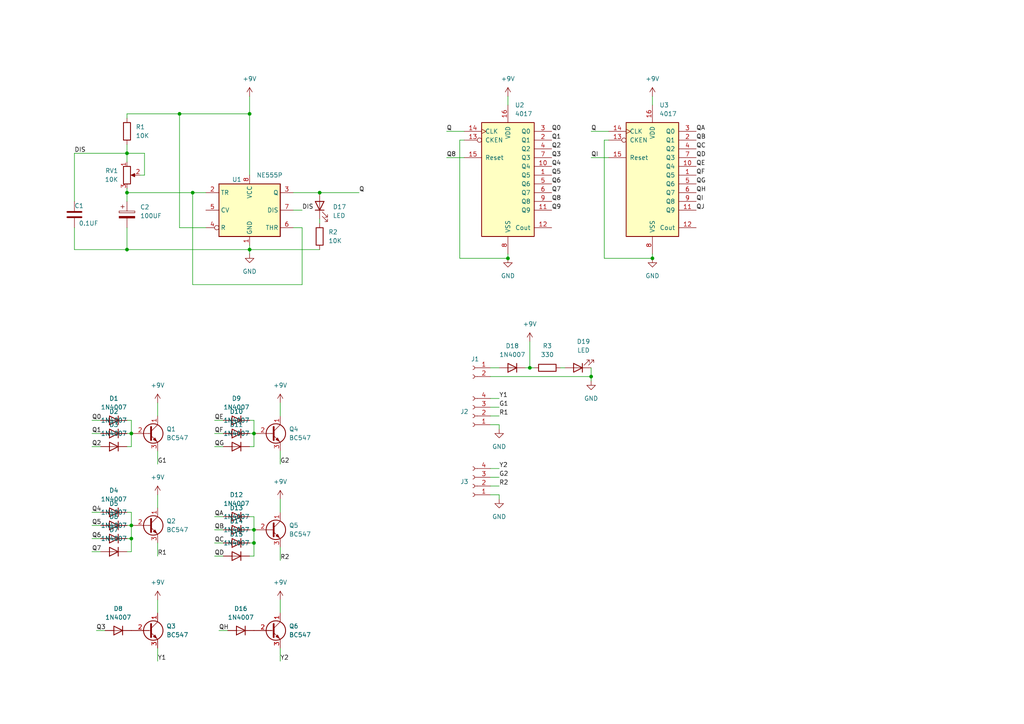
<source format=kicad_sch>
(kicad_sch
	(version 20231120)
	(generator "eeschema")
	(generator_version "8.0")
	(uuid "e63e39d7-6ac0-4ffd-8aa3-1841a4541b55")
	(paper "A4")
	(title_block
		(date "11/5/2024")
	)
	(lib_symbols
		(symbol "4xxx:4017"
			(pin_names
				(offset 1.016)
			)
			(exclude_from_sim no)
			(in_bom yes)
			(on_board yes)
			(property "Reference" "U"
				(at -7.62 16.51 0)
				(effects
					(font
						(size 1.27 1.27)
					)
				)
			)
			(property "Value" "4017"
				(at -7.62 -19.05 0)
				(effects
					(font
						(size 1.27 1.27)
					)
				)
			)
			(property "Footprint" ""
				(at 0 0 0)
				(effects
					(font
						(size 1.27 1.27)
					)
					(hide yes)
				)
			)
			(property "Datasheet" "http://www.intersil.com/content/dam/Intersil/documents/cd40/cd4017bms-22bms.pdf"
				(at 0 0 0)
				(effects
					(font
						(size 1.27 1.27)
					)
					(hide yes)
				)
			)
			(property "Description" "Johnson Counter ( 10 outputs )"
				(at 0 0 0)
				(effects
					(font
						(size 1.27 1.27)
					)
					(hide yes)
				)
			)
			(property "ki_locked" ""
				(at 0 0 0)
				(effects
					(font
						(size 1.27 1.27)
					)
				)
			)
			(property "ki_keywords" "CNT CNT10"
				(at 0 0 0)
				(effects
					(font
						(size 1.27 1.27)
					)
					(hide yes)
				)
			)
			(property "ki_fp_filters" "DIP?16*"
				(at 0 0 0)
				(effects
					(font
						(size 1.27 1.27)
					)
					(hide yes)
				)
			)
			(symbol "4017_1_0"
				(pin output line
					(at 12.7 0 180)
					(length 5.08)
					(name "Q5"
						(effects
							(font
								(size 1.27 1.27)
							)
						)
					)
					(number "1"
						(effects
							(font
								(size 1.27 1.27)
							)
						)
					)
				)
				(pin output line
					(at 12.7 2.54 180)
					(length 5.08)
					(name "Q4"
						(effects
							(font
								(size 1.27 1.27)
							)
						)
					)
					(number "10"
						(effects
							(font
								(size 1.27 1.27)
							)
						)
					)
				)
				(pin output line
					(at 12.7 -10.16 180)
					(length 5.08)
					(name "Q9"
						(effects
							(font
								(size 1.27 1.27)
							)
						)
					)
					(number "11"
						(effects
							(font
								(size 1.27 1.27)
							)
						)
					)
				)
				(pin output line
					(at 12.7 -15.24 180)
					(length 5.08)
					(name "Cout"
						(effects
							(font
								(size 1.27 1.27)
							)
						)
					)
					(number "12"
						(effects
							(font
								(size 1.27 1.27)
							)
						)
					)
				)
				(pin input inverted
					(at -12.7 10.16 0)
					(length 5.08)
					(name "CKEN"
						(effects
							(font
								(size 1.27 1.27)
							)
						)
					)
					(number "13"
						(effects
							(font
								(size 1.27 1.27)
							)
						)
					)
				)
				(pin input clock
					(at -12.7 12.7 0)
					(length 5.08)
					(name "CLK"
						(effects
							(font
								(size 1.27 1.27)
							)
						)
					)
					(number "14"
						(effects
							(font
								(size 1.27 1.27)
							)
						)
					)
				)
				(pin input line
					(at -12.7 5.08 0)
					(length 5.08)
					(name "Reset"
						(effects
							(font
								(size 1.27 1.27)
							)
						)
					)
					(number "15"
						(effects
							(font
								(size 1.27 1.27)
							)
						)
					)
				)
				(pin power_in line
					(at 0 20.32 270)
					(length 5.08)
					(name "VDD"
						(effects
							(font
								(size 1.27 1.27)
							)
						)
					)
					(number "16"
						(effects
							(font
								(size 1.27 1.27)
							)
						)
					)
				)
				(pin output line
					(at 12.7 10.16 180)
					(length 5.08)
					(name "Q1"
						(effects
							(font
								(size 1.27 1.27)
							)
						)
					)
					(number "2"
						(effects
							(font
								(size 1.27 1.27)
							)
						)
					)
				)
				(pin output line
					(at 12.7 12.7 180)
					(length 5.08)
					(name "Q0"
						(effects
							(font
								(size 1.27 1.27)
							)
						)
					)
					(number "3"
						(effects
							(font
								(size 1.27 1.27)
							)
						)
					)
				)
				(pin output line
					(at 12.7 7.62 180)
					(length 5.08)
					(name "Q2"
						(effects
							(font
								(size 1.27 1.27)
							)
						)
					)
					(number "4"
						(effects
							(font
								(size 1.27 1.27)
							)
						)
					)
				)
				(pin output line
					(at 12.7 -2.54 180)
					(length 5.08)
					(name "Q6"
						(effects
							(font
								(size 1.27 1.27)
							)
						)
					)
					(number "5"
						(effects
							(font
								(size 1.27 1.27)
							)
						)
					)
				)
				(pin output line
					(at 12.7 -5.08 180)
					(length 5.08)
					(name "Q7"
						(effects
							(font
								(size 1.27 1.27)
							)
						)
					)
					(number "6"
						(effects
							(font
								(size 1.27 1.27)
							)
						)
					)
				)
				(pin output line
					(at 12.7 5.08 180)
					(length 5.08)
					(name "Q3"
						(effects
							(font
								(size 1.27 1.27)
							)
						)
					)
					(number "7"
						(effects
							(font
								(size 1.27 1.27)
							)
						)
					)
				)
				(pin power_in line
					(at 0 -22.86 90)
					(length 5.08)
					(name "VSS"
						(effects
							(font
								(size 1.27 1.27)
							)
						)
					)
					(number "8"
						(effects
							(font
								(size 1.27 1.27)
							)
						)
					)
				)
				(pin output line
					(at 12.7 -7.62 180)
					(length 5.08)
					(name "Q8"
						(effects
							(font
								(size 1.27 1.27)
							)
						)
					)
					(number "9"
						(effects
							(font
								(size 1.27 1.27)
							)
						)
					)
				)
			)
			(symbol "4017_1_1"
				(rectangle
					(start -7.62 15.24)
					(end 7.62 -17.78)
					(stroke
						(width 0.254)
						(type default)
					)
					(fill
						(type background)
					)
				)
			)
		)
		(symbol "Connector:Conn_01x02_Female"
			(pin_names
				(offset 1.016) hide)
			(exclude_from_sim no)
			(in_bom yes)
			(on_board yes)
			(property "Reference" "J"
				(at 0 2.54 0)
				(effects
					(font
						(size 1.27 1.27)
					)
				)
			)
			(property "Value" "Conn_01x02_Female"
				(at 0 -5.08 0)
				(effects
					(font
						(size 1.27 1.27)
					)
				)
			)
			(property "Footprint" ""
				(at 0 0 0)
				(effects
					(font
						(size 1.27 1.27)
					)
					(hide yes)
				)
			)
			(property "Datasheet" "~"
				(at 0 0 0)
				(effects
					(font
						(size 1.27 1.27)
					)
					(hide yes)
				)
			)
			(property "Description" "Generic connector, single row, 01x02, script generated (kicad-library-utils/schlib/autogen/connector/)"
				(at 0 0 0)
				(effects
					(font
						(size 1.27 1.27)
					)
					(hide yes)
				)
			)
			(property "ki_keywords" "connector"
				(at 0 0 0)
				(effects
					(font
						(size 1.27 1.27)
					)
					(hide yes)
				)
			)
			(property "ki_fp_filters" "Connector*:*_1x??_*"
				(at 0 0 0)
				(effects
					(font
						(size 1.27 1.27)
					)
					(hide yes)
				)
			)
			(symbol "Conn_01x02_Female_1_1"
				(arc
					(start 0 -2.032)
					(mid -0.5058 -2.54)
					(end 0 -3.048)
					(stroke
						(width 0.1524)
						(type default)
					)
					(fill
						(type none)
					)
				)
				(polyline
					(pts
						(xy -1.27 -2.54) (xy -0.508 -2.54)
					)
					(stroke
						(width 0.1524)
						(type default)
					)
					(fill
						(type none)
					)
				)
				(polyline
					(pts
						(xy -1.27 0) (xy -0.508 0)
					)
					(stroke
						(width 0.1524)
						(type default)
					)
					(fill
						(type none)
					)
				)
				(arc
					(start 0 0.508)
					(mid -0.5058 0)
					(end 0 -0.508)
					(stroke
						(width 0.1524)
						(type default)
					)
					(fill
						(type none)
					)
				)
				(pin passive line
					(at -5.08 0 0)
					(length 3.81)
					(name "Pin_1"
						(effects
							(font
								(size 1.27 1.27)
							)
						)
					)
					(number "1"
						(effects
							(font
								(size 1.27 1.27)
							)
						)
					)
				)
				(pin passive line
					(at -5.08 -2.54 0)
					(length 3.81)
					(name "Pin_2"
						(effects
							(font
								(size 1.27 1.27)
							)
						)
					)
					(number "2"
						(effects
							(font
								(size 1.27 1.27)
							)
						)
					)
				)
			)
		)
		(symbol "Connector:Conn_01x04_Female"
			(pin_names
				(offset 1.016) hide)
			(exclude_from_sim no)
			(in_bom yes)
			(on_board yes)
			(property "Reference" "J"
				(at 0 5.08 0)
				(effects
					(font
						(size 1.27 1.27)
					)
				)
			)
			(property "Value" "Conn_01x04_Female"
				(at 0 -7.62 0)
				(effects
					(font
						(size 1.27 1.27)
					)
				)
			)
			(property "Footprint" ""
				(at 0 0 0)
				(effects
					(font
						(size 1.27 1.27)
					)
					(hide yes)
				)
			)
			(property "Datasheet" "~"
				(at 0 0 0)
				(effects
					(font
						(size 1.27 1.27)
					)
					(hide yes)
				)
			)
			(property "Description" "Generic connector, single row, 01x04, script generated (kicad-library-utils/schlib/autogen/connector/)"
				(at 0 0 0)
				(effects
					(font
						(size 1.27 1.27)
					)
					(hide yes)
				)
			)
			(property "ki_keywords" "connector"
				(at 0 0 0)
				(effects
					(font
						(size 1.27 1.27)
					)
					(hide yes)
				)
			)
			(property "ki_fp_filters" "Connector*:*_1x??_*"
				(at 0 0 0)
				(effects
					(font
						(size 1.27 1.27)
					)
					(hide yes)
				)
			)
			(symbol "Conn_01x04_Female_1_1"
				(arc
					(start 0 -4.572)
					(mid -0.5058 -5.08)
					(end 0 -5.588)
					(stroke
						(width 0.1524)
						(type default)
					)
					(fill
						(type none)
					)
				)
				(arc
					(start 0 -2.032)
					(mid -0.5058 -2.54)
					(end 0 -3.048)
					(stroke
						(width 0.1524)
						(type default)
					)
					(fill
						(type none)
					)
				)
				(polyline
					(pts
						(xy -1.27 -5.08) (xy -0.508 -5.08)
					)
					(stroke
						(width 0.1524)
						(type default)
					)
					(fill
						(type none)
					)
				)
				(polyline
					(pts
						(xy -1.27 -2.54) (xy -0.508 -2.54)
					)
					(stroke
						(width 0.1524)
						(type default)
					)
					(fill
						(type none)
					)
				)
				(polyline
					(pts
						(xy -1.27 0) (xy -0.508 0)
					)
					(stroke
						(width 0.1524)
						(type default)
					)
					(fill
						(type none)
					)
				)
				(polyline
					(pts
						(xy -1.27 2.54) (xy -0.508 2.54)
					)
					(stroke
						(width 0.1524)
						(type default)
					)
					(fill
						(type none)
					)
				)
				(arc
					(start 0 0.508)
					(mid -0.5058 0)
					(end 0 -0.508)
					(stroke
						(width 0.1524)
						(type default)
					)
					(fill
						(type none)
					)
				)
				(arc
					(start 0 3.048)
					(mid -0.5058 2.54)
					(end 0 2.032)
					(stroke
						(width 0.1524)
						(type default)
					)
					(fill
						(type none)
					)
				)
				(pin passive line
					(at -5.08 2.54 0)
					(length 3.81)
					(name "Pin_1"
						(effects
							(font
								(size 1.27 1.27)
							)
						)
					)
					(number "1"
						(effects
							(font
								(size 1.27 1.27)
							)
						)
					)
				)
				(pin passive line
					(at -5.08 0 0)
					(length 3.81)
					(name "Pin_2"
						(effects
							(font
								(size 1.27 1.27)
							)
						)
					)
					(number "2"
						(effects
							(font
								(size 1.27 1.27)
							)
						)
					)
				)
				(pin passive line
					(at -5.08 -2.54 0)
					(length 3.81)
					(name "Pin_3"
						(effects
							(font
								(size 1.27 1.27)
							)
						)
					)
					(number "3"
						(effects
							(font
								(size 1.27 1.27)
							)
						)
					)
				)
				(pin passive line
					(at -5.08 -5.08 0)
					(length 3.81)
					(name "Pin_4"
						(effects
							(font
								(size 1.27 1.27)
							)
						)
					)
					(number "4"
						(effects
							(font
								(size 1.27 1.27)
							)
						)
					)
				)
			)
		)
		(symbol "Device:C"
			(pin_numbers hide)
			(pin_names
				(offset 0.254)
			)
			(exclude_from_sim no)
			(in_bom yes)
			(on_board yes)
			(property "Reference" "C"
				(at 0.635 2.54 0)
				(effects
					(font
						(size 1.27 1.27)
					)
					(justify left)
				)
			)
			(property "Value" "C"
				(at 0.635 -2.54 0)
				(effects
					(font
						(size 1.27 1.27)
					)
					(justify left)
				)
			)
			(property "Footprint" ""
				(at 0.9652 -3.81 0)
				(effects
					(font
						(size 1.27 1.27)
					)
					(hide yes)
				)
			)
			(property "Datasheet" "~"
				(at 0 0 0)
				(effects
					(font
						(size 1.27 1.27)
					)
					(hide yes)
				)
			)
			(property "Description" "Unpolarized capacitor"
				(at 0 0 0)
				(effects
					(font
						(size 1.27 1.27)
					)
					(hide yes)
				)
			)
			(property "ki_keywords" "cap capacitor"
				(at 0 0 0)
				(effects
					(font
						(size 1.27 1.27)
					)
					(hide yes)
				)
			)
			(property "ki_fp_filters" "C_*"
				(at 0 0 0)
				(effects
					(font
						(size 1.27 1.27)
					)
					(hide yes)
				)
			)
			(symbol "C_0_1"
				(polyline
					(pts
						(xy -2.032 -0.762) (xy 2.032 -0.762)
					)
					(stroke
						(width 0.508)
						(type default)
					)
					(fill
						(type none)
					)
				)
				(polyline
					(pts
						(xy -2.032 0.762) (xy 2.032 0.762)
					)
					(stroke
						(width 0.508)
						(type default)
					)
					(fill
						(type none)
					)
				)
			)
			(symbol "C_1_1"
				(pin passive line
					(at 0 3.81 270)
					(length 2.794)
					(name "~"
						(effects
							(font
								(size 1.27 1.27)
							)
						)
					)
					(number "1"
						(effects
							(font
								(size 1.27 1.27)
							)
						)
					)
				)
				(pin passive line
					(at 0 -3.81 90)
					(length 2.794)
					(name "~"
						(effects
							(font
								(size 1.27 1.27)
							)
						)
					)
					(number "2"
						(effects
							(font
								(size 1.27 1.27)
							)
						)
					)
				)
			)
		)
		(symbol "Device:C_Polarized"
			(pin_numbers hide)
			(pin_names
				(offset 0.254)
			)
			(exclude_from_sim no)
			(in_bom yes)
			(on_board yes)
			(property "Reference" "C"
				(at 0.635 2.54 0)
				(effects
					(font
						(size 1.27 1.27)
					)
					(justify left)
				)
			)
			(property "Value" "C_Polarized"
				(at 0.635 -2.54 0)
				(effects
					(font
						(size 1.27 1.27)
					)
					(justify left)
				)
			)
			(property "Footprint" ""
				(at 0.9652 -3.81 0)
				(effects
					(font
						(size 1.27 1.27)
					)
					(hide yes)
				)
			)
			(property "Datasheet" "~"
				(at 0 0 0)
				(effects
					(font
						(size 1.27 1.27)
					)
					(hide yes)
				)
			)
			(property "Description" "Polarized capacitor"
				(at 0 0 0)
				(effects
					(font
						(size 1.27 1.27)
					)
					(hide yes)
				)
			)
			(property "ki_keywords" "cap capacitor"
				(at 0 0 0)
				(effects
					(font
						(size 1.27 1.27)
					)
					(hide yes)
				)
			)
			(property "ki_fp_filters" "CP_*"
				(at 0 0 0)
				(effects
					(font
						(size 1.27 1.27)
					)
					(hide yes)
				)
			)
			(symbol "C_Polarized_0_1"
				(rectangle
					(start -2.286 0.508)
					(end 2.286 1.016)
					(stroke
						(width 0)
						(type default)
					)
					(fill
						(type none)
					)
				)
				(polyline
					(pts
						(xy -1.778 2.286) (xy -0.762 2.286)
					)
					(stroke
						(width 0)
						(type default)
					)
					(fill
						(type none)
					)
				)
				(polyline
					(pts
						(xy -1.27 2.794) (xy -1.27 1.778)
					)
					(stroke
						(width 0)
						(type default)
					)
					(fill
						(type none)
					)
				)
				(rectangle
					(start 2.286 -0.508)
					(end -2.286 -1.016)
					(stroke
						(width 0)
						(type default)
					)
					(fill
						(type outline)
					)
				)
			)
			(symbol "C_Polarized_1_1"
				(pin passive line
					(at 0 3.81 270)
					(length 2.794)
					(name "~"
						(effects
							(font
								(size 1.27 1.27)
							)
						)
					)
					(number "1"
						(effects
							(font
								(size 1.27 1.27)
							)
						)
					)
				)
				(pin passive line
					(at 0 -3.81 90)
					(length 2.794)
					(name "~"
						(effects
							(font
								(size 1.27 1.27)
							)
						)
					)
					(number "2"
						(effects
							(font
								(size 1.27 1.27)
							)
						)
					)
				)
			)
		)
		(symbol "Device:LED"
			(pin_numbers hide)
			(pin_names
				(offset 1.016) hide)
			(exclude_from_sim no)
			(in_bom yes)
			(on_board yes)
			(property "Reference" "D"
				(at 0 2.54 0)
				(effects
					(font
						(size 1.27 1.27)
					)
				)
			)
			(property "Value" "LED"
				(at 0 -2.54 0)
				(effects
					(font
						(size 1.27 1.27)
					)
				)
			)
			(property "Footprint" ""
				(at 0 0 0)
				(effects
					(font
						(size 1.27 1.27)
					)
					(hide yes)
				)
			)
			(property "Datasheet" "~"
				(at 0 0 0)
				(effects
					(font
						(size 1.27 1.27)
					)
					(hide yes)
				)
			)
			(property "Description" "Light emitting diode"
				(at 0 0 0)
				(effects
					(font
						(size 1.27 1.27)
					)
					(hide yes)
				)
			)
			(property "ki_keywords" "LED diode"
				(at 0 0 0)
				(effects
					(font
						(size 1.27 1.27)
					)
					(hide yes)
				)
			)
			(property "ki_fp_filters" "LED* LED_SMD:* LED_THT:*"
				(at 0 0 0)
				(effects
					(font
						(size 1.27 1.27)
					)
					(hide yes)
				)
			)
			(symbol "LED_0_1"
				(polyline
					(pts
						(xy -1.27 -1.27) (xy -1.27 1.27)
					)
					(stroke
						(width 0.254)
						(type default)
					)
					(fill
						(type none)
					)
				)
				(polyline
					(pts
						(xy -1.27 0) (xy 1.27 0)
					)
					(stroke
						(width 0)
						(type default)
					)
					(fill
						(type none)
					)
				)
				(polyline
					(pts
						(xy 1.27 -1.27) (xy 1.27 1.27) (xy -1.27 0) (xy 1.27 -1.27)
					)
					(stroke
						(width 0.254)
						(type default)
					)
					(fill
						(type none)
					)
				)
				(polyline
					(pts
						(xy -3.048 -0.762) (xy -4.572 -2.286) (xy -3.81 -2.286) (xy -4.572 -2.286) (xy -4.572 -1.524)
					)
					(stroke
						(width 0)
						(type default)
					)
					(fill
						(type none)
					)
				)
				(polyline
					(pts
						(xy -1.778 -0.762) (xy -3.302 -2.286) (xy -2.54 -2.286) (xy -3.302 -2.286) (xy -3.302 -1.524)
					)
					(stroke
						(width 0)
						(type default)
					)
					(fill
						(type none)
					)
				)
			)
			(symbol "LED_1_1"
				(pin passive line
					(at -3.81 0 0)
					(length 2.54)
					(name "K"
						(effects
							(font
								(size 1.27 1.27)
							)
						)
					)
					(number "1"
						(effects
							(font
								(size 1.27 1.27)
							)
						)
					)
				)
				(pin passive line
					(at 3.81 0 180)
					(length 2.54)
					(name "A"
						(effects
							(font
								(size 1.27 1.27)
							)
						)
					)
					(number "2"
						(effects
							(font
								(size 1.27 1.27)
							)
						)
					)
				)
			)
		)
		(symbol "Device:R"
			(pin_numbers hide)
			(pin_names
				(offset 0)
			)
			(exclude_from_sim no)
			(in_bom yes)
			(on_board yes)
			(property "Reference" "R"
				(at 2.032 0 90)
				(effects
					(font
						(size 1.27 1.27)
					)
				)
			)
			(property "Value" "R"
				(at 0 0 90)
				(effects
					(font
						(size 1.27 1.27)
					)
				)
			)
			(property "Footprint" ""
				(at -1.778 0 90)
				(effects
					(font
						(size 1.27 1.27)
					)
					(hide yes)
				)
			)
			(property "Datasheet" "~"
				(at 0 0 0)
				(effects
					(font
						(size 1.27 1.27)
					)
					(hide yes)
				)
			)
			(property "Description" "Resistor"
				(at 0 0 0)
				(effects
					(font
						(size 1.27 1.27)
					)
					(hide yes)
				)
			)
			(property "ki_keywords" "R res resistor"
				(at 0 0 0)
				(effects
					(font
						(size 1.27 1.27)
					)
					(hide yes)
				)
			)
			(property "ki_fp_filters" "R_*"
				(at 0 0 0)
				(effects
					(font
						(size 1.27 1.27)
					)
					(hide yes)
				)
			)
			(symbol "R_0_1"
				(rectangle
					(start -1.016 -2.54)
					(end 1.016 2.54)
					(stroke
						(width 0.254)
						(type default)
					)
					(fill
						(type none)
					)
				)
			)
			(symbol "R_1_1"
				(pin passive line
					(at 0 3.81 270)
					(length 1.27)
					(name "~"
						(effects
							(font
								(size 1.27 1.27)
							)
						)
					)
					(number "1"
						(effects
							(font
								(size 1.27 1.27)
							)
						)
					)
				)
				(pin passive line
					(at 0 -3.81 90)
					(length 1.27)
					(name "~"
						(effects
							(font
								(size 1.27 1.27)
							)
						)
					)
					(number "2"
						(effects
							(font
								(size 1.27 1.27)
							)
						)
					)
				)
			)
		)
		(symbol "Device:R_Potentiometer"
			(pin_names
				(offset 1.016) hide)
			(exclude_from_sim no)
			(in_bom yes)
			(on_board yes)
			(property "Reference" "RV"
				(at -4.445 0 90)
				(effects
					(font
						(size 1.27 1.27)
					)
				)
			)
			(property "Value" "R_Potentiometer"
				(at -2.54 0 90)
				(effects
					(font
						(size 1.27 1.27)
					)
				)
			)
			(property "Footprint" ""
				(at 0 0 0)
				(effects
					(font
						(size 1.27 1.27)
					)
					(hide yes)
				)
			)
			(property "Datasheet" "~"
				(at 0 0 0)
				(effects
					(font
						(size 1.27 1.27)
					)
					(hide yes)
				)
			)
			(property "Description" "Potentiometer"
				(at 0 0 0)
				(effects
					(font
						(size 1.27 1.27)
					)
					(hide yes)
				)
			)
			(property "ki_keywords" "resistor variable"
				(at 0 0 0)
				(effects
					(font
						(size 1.27 1.27)
					)
					(hide yes)
				)
			)
			(property "ki_fp_filters" "Potentiometer*"
				(at 0 0 0)
				(effects
					(font
						(size 1.27 1.27)
					)
					(hide yes)
				)
			)
			(symbol "R_Potentiometer_0_1"
				(polyline
					(pts
						(xy 2.54 0) (xy 1.524 0)
					)
					(stroke
						(width 0)
						(type default)
					)
					(fill
						(type none)
					)
				)
				(polyline
					(pts
						(xy 1.143 0) (xy 2.286 0.508) (xy 2.286 -0.508) (xy 1.143 0)
					)
					(stroke
						(width 0)
						(type default)
					)
					(fill
						(type outline)
					)
				)
				(rectangle
					(start 1.016 2.54)
					(end -1.016 -2.54)
					(stroke
						(width 0.254)
						(type default)
					)
					(fill
						(type none)
					)
				)
			)
			(symbol "R_Potentiometer_1_1"
				(pin passive line
					(at 0 3.81 270)
					(length 1.27)
					(name "1"
						(effects
							(font
								(size 1.27 1.27)
							)
						)
					)
					(number "1"
						(effects
							(font
								(size 1.27 1.27)
							)
						)
					)
				)
				(pin passive line
					(at 3.81 0 180)
					(length 1.27)
					(name "2"
						(effects
							(font
								(size 1.27 1.27)
							)
						)
					)
					(number "2"
						(effects
							(font
								(size 1.27 1.27)
							)
						)
					)
				)
				(pin passive line
					(at 0 -3.81 90)
					(length 1.27)
					(name "3"
						(effects
							(font
								(size 1.27 1.27)
							)
						)
					)
					(number "3"
						(effects
							(font
								(size 1.27 1.27)
							)
						)
					)
				)
			)
		)
		(symbol "Diode:1N4007"
			(pin_numbers hide)
			(pin_names
				(offset 1.016) hide)
			(exclude_from_sim no)
			(in_bom yes)
			(on_board yes)
			(property "Reference" "D"
				(at 0 2.54 0)
				(effects
					(font
						(size 1.27 1.27)
					)
				)
			)
			(property "Value" "1N4007"
				(at 0 -2.54 0)
				(effects
					(font
						(size 1.27 1.27)
					)
				)
			)
			(property "Footprint" "Diode_THT:D_DO-41_SOD81_P10.16mm_Horizontal"
				(at 0 -4.445 0)
				(effects
					(font
						(size 1.27 1.27)
					)
					(hide yes)
				)
			)
			(property "Datasheet" "http://www.vishay.com/docs/88503/1n4001.pdf"
				(at 0 0 0)
				(effects
					(font
						(size 1.27 1.27)
					)
					(hide yes)
				)
			)
			(property "Description" "1000V 1A General Purpose Rectifier Diode, DO-41"
				(at 0 0 0)
				(effects
					(font
						(size 1.27 1.27)
					)
					(hide yes)
				)
			)
			(property "ki_keywords" "diode"
				(at 0 0 0)
				(effects
					(font
						(size 1.27 1.27)
					)
					(hide yes)
				)
			)
			(property "ki_fp_filters" "D*DO?41*"
				(at 0 0 0)
				(effects
					(font
						(size 1.27 1.27)
					)
					(hide yes)
				)
			)
			(symbol "1N4007_0_1"
				(polyline
					(pts
						(xy -1.27 1.27) (xy -1.27 -1.27)
					)
					(stroke
						(width 0.254)
						(type default)
					)
					(fill
						(type none)
					)
				)
				(polyline
					(pts
						(xy 1.27 0) (xy -1.27 0)
					)
					(stroke
						(width 0)
						(type default)
					)
					(fill
						(type none)
					)
				)
				(polyline
					(pts
						(xy 1.27 1.27) (xy 1.27 -1.27) (xy -1.27 0) (xy 1.27 1.27)
					)
					(stroke
						(width 0.254)
						(type default)
					)
					(fill
						(type none)
					)
				)
			)
			(symbol "1N4007_1_1"
				(pin passive line
					(at -3.81 0 0)
					(length 2.54)
					(name "K"
						(effects
							(font
								(size 1.27 1.27)
							)
						)
					)
					(number "1"
						(effects
							(font
								(size 1.27 1.27)
							)
						)
					)
				)
				(pin passive line
					(at 3.81 0 180)
					(length 2.54)
					(name "A"
						(effects
							(font
								(size 1.27 1.27)
							)
						)
					)
					(number "2"
						(effects
							(font
								(size 1.27 1.27)
							)
						)
					)
				)
			)
		)
		(symbol "Timer:NE555P"
			(exclude_from_sim no)
			(in_bom yes)
			(on_board yes)
			(property "Reference" "U"
				(at -10.16 8.89 0)
				(effects
					(font
						(size 1.27 1.27)
					)
					(justify left)
				)
			)
			(property "Value" "NE555P"
				(at 2.54 8.89 0)
				(effects
					(font
						(size 1.27 1.27)
					)
					(justify left)
				)
			)
			(property "Footprint" "Package_DIP:DIP-8_W7.62mm"
				(at 16.51 -10.16 0)
				(effects
					(font
						(size 1.27 1.27)
					)
					(hide yes)
				)
			)
			(property "Datasheet" "http://www.ti.com/lit/ds/symlink/ne555.pdf"
				(at 21.59 -10.16 0)
				(effects
					(font
						(size 1.27 1.27)
					)
					(hide yes)
				)
			)
			(property "Description" "Precision Timers, 555 compatible,  PDIP-8"
				(at 0 0 0)
				(effects
					(font
						(size 1.27 1.27)
					)
					(hide yes)
				)
			)
			(property "ki_keywords" "single timer 555"
				(at 0 0 0)
				(effects
					(font
						(size 1.27 1.27)
					)
					(hide yes)
				)
			)
			(property "ki_fp_filters" "DIP*W7.62mm*"
				(at 0 0 0)
				(effects
					(font
						(size 1.27 1.27)
					)
					(hide yes)
				)
			)
			(symbol "NE555P_0_0"
				(pin power_in line
					(at 0 -10.16 90)
					(length 2.54)
					(name "GND"
						(effects
							(font
								(size 1.27 1.27)
							)
						)
					)
					(number "1"
						(effects
							(font
								(size 1.27 1.27)
							)
						)
					)
				)
				(pin power_in line
					(at 0 10.16 270)
					(length 2.54)
					(name "VCC"
						(effects
							(font
								(size 1.27 1.27)
							)
						)
					)
					(number "8"
						(effects
							(font
								(size 1.27 1.27)
							)
						)
					)
				)
			)
			(symbol "NE555P_0_1"
				(rectangle
					(start -8.89 -7.62)
					(end 8.89 7.62)
					(stroke
						(width 0.254)
						(type default)
					)
					(fill
						(type background)
					)
				)
				(rectangle
					(start -8.89 -7.62)
					(end 8.89 7.62)
					(stroke
						(width 0.254)
						(type default)
					)
					(fill
						(type background)
					)
				)
			)
			(symbol "NE555P_1_1"
				(pin input line
					(at -12.7 5.08 0)
					(length 3.81)
					(name "TR"
						(effects
							(font
								(size 1.27 1.27)
							)
						)
					)
					(number "2"
						(effects
							(font
								(size 1.27 1.27)
							)
						)
					)
				)
				(pin output line
					(at 12.7 5.08 180)
					(length 3.81)
					(name "Q"
						(effects
							(font
								(size 1.27 1.27)
							)
						)
					)
					(number "3"
						(effects
							(font
								(size 1.27 1.27)
							)
						)
					)
				)
				(pin input inverted
					(at -12.7 -5.08 0)
					(length 3.81)
					(name "R"
						(effects
							(font
								(size 1.27 1.27)
							)
						)
					)
					(number "4"
						(effects
							(font
								(size 1.27 1.27)
							)
						)
					)
				)
				(pin input line
					(at -12.7 0 0)
					(length 3.81)
					(name "CV"
						(effects
							(font
								(size 1.27 1.27)
							)
						)
					)
					(number "5"
						(effects
							(font
								(size 1.27 1.27)
							)
						)
					)
				)
				(pin input line
					(at 12.7 -5.08 180)
					(length 3.81)
					(name "THR"
						(effects
							(font
								(size 1.27 1.27)
							)
						)
					)
					(number "6"
						(effects
							(font
								(size 1.27 1.27)
							)
						)
					)
				)
				(pin input line
					(at 12.7 0 180)
					(length 3.81)
					(name "DIS"
						(effects
							(font
								(size 1.27 1.27)
							)
						)
					)
					(number "7"
						(effects
							(font
								(size 1.27 1.27)
							)
						)
					)
				)
			)
		)
		(symbol "Transistor_BJT:BC547"
			(pin_names
				(offset 0) hide)
			(exclude_from_sim no)
			(in_bom yes)
			(on_board yes)
			(property "Reference" "Q"
				(at 5.08 1.905 0)
				(effects
					(font
						(size 1.27 1.27)
					)
					(justify left)
				)
			)
			(property "Value" "BC547"
				(at 5.08 0 0)
				(effects
					(font
						(size 1.27 1.27)
					)
					(justify left)
				)
			)
			(property "Footprint" "Package_TO_SOT_THT:TO-92_Inline"
				(at 5.08 -1.905 0)
				(effects
					(font
						(size 1.27 1.27)
						(italic yes)
					)
					(justify left)
					(hide yes)
				)
			)
			(property "Datasheet" "https://www.onsemi.com/pub/Collateral/BC550-D.pdf"
				(at 0 0 0)
				(effects
					(font
						(size 1.27 1.27)
					)
					(justify left)
					(hide yes)
				)
			)
			(property "Description" "0.1A Ic, 45V Vce, Small Signal NPN Transistor, TO-92"
				(at 0 0 0)
				(effects
					(font
						(size 1.27 1.27)
					)
					(hide yes)
				)
			)
			(property "ki_keywords" "NPN Transistor"
				(at 0 0 0)
				(effects
					(font
						(size 1.27 1.27)
					)
					(hide yes)
				)
			)
			(property "ki_fp_filters" "TO?92*"
				(at 0 0 0)
				(effects
					(font
						(size 1.27 1.27)
					)
					(hide yes)
				)
			)
			(symbol "BC547_0_1"
				(polyline
					(pts
						(xy 0 0) (xy 0.635 0)
					)
					(stroke
						(width 0)
						(type default)
					)
					(fill
						(type none)
					)
				)
				(polyline
					(pts
						(xy 0.635 0.635) (xy 2.54 2.54)
					)
					(stroke
						(width 0)
						(type default)
					)
					(fill
						(type none)
					)
				)
				(polyline
					(pts
						(xy 0.635 -0.635) (xy 2.54 -2.54) (xy 2.54 -2.54)
					)
					(stroke
						(width 0)
						(type default)
					)
					(fill
						(type none)
					)
				)
				(polyline
					(pts
						(xy 0.635 1.905) (xy 0.635 -1.905) (xy 0.635 -1.905)
					)
					(stroke
						(width 0.508)
						(type default)
					)
					(fill
						(type none)
					)
				)
				(polyline
					(pts
						(xy 1.27 -1.778) (xy 1.778 -1.27) (xy 2.286 -2.286) (xy 1.27 -1.778) (xy 1.27 -1.778)
					)
					(stroke
						(width 0)
						(type default)
					)
					(fill
						(type outline)
					)
				)
				(circle
					(center 1.27 0)
					(radius 2.8194)
					(stroke
						(width 0.254)
						(type default)
					)
					(fill
						(type none)
					)
				)
			)
			(symbol "BC547_1_1"
				(pin passive line
					(at 2.54 5.08 270)
					(length 2.54)
					(name "C"
						(effects
							(font
								(size 1.27 1.27)
							)
						)
					)
					(number "1"
						(effects
							(font
								(size 1.27 1.27)
							)
						)
					)
				)
				(pin input line
					(at -5.08 0 0)
					(length 5.08)
					(name "B"
						(effects
							(font
								(size 1.27 1.27)
							)
						)
					)
					(number "2"
						(effects
							(font
								(size 1.27 1.27)
							)
						)
					)
				)
				(pin passive line
					(at 2.54 -5.08 90)
					(length 2.54)
					(name "E"
						(effects
							(font
								(size 1.27 1.27)
							)
						)
					)
					(number "3"
						(effects
							(font
								(size 1.27 1.27)
							)
						)
					)
				)
			)
		)
		(symbol "power:+9V"
			(power)
			(pin_names
				(offset 0)
			)
			(exclude_from_sim no)
			(in_bom yes)
			(on_board yes)
			(property "Reference" "#PWR"
				(at 0 -3.81 0)
				(effects
					(font
						(size 1.27 1.27)
					)
					(hide yes)
				)
			)
			(property "Value" "+9V"
				(at 0 3.556 0)
				(effects
					(font
						(size 1.27 1.27)
					)
				)
			)
			(property "Footprint" ""
				(at 0 0 0)
				(effects
					(font
						(size 1.27 1.27)
					)
					(hide yes)
				)
			)
			(property "Datasheet" ""
				(at 0 0 0)
				(effects
					(font
						(size 1.27 1.27)
					)
					(hide yes)
				)
			)
			(property "Description" "Power symbol creates a global label with name \"+9V\""
				(at 0 0 0)
				(effects
					(font
						(size 1.27 1.27)
					)
					(hide yes)
				)
			)
			(property "ki_keywords" "power-flag"
				(at 0 0 0)
				(effects
					(font
						(size 1.27 1.27)
					)
					(hide yes)
				)
			)
			(symbol "+9V_0_1"
				(polyline
					(pts
						(xy -0.762 1.27) (xy 0 2.54)
					)
					(stroke
						(width 0)
						(type default)
					)
					(fill
						(type none)
					)
				)
				(polyline
					(pts
						(xy 0 0) (xy 0 2.54)
					)
					(stroke
						(width 0)
						(type default)
					)
					(fill
						(type none)
					)
				)
				(polyline
					(pts
						(xy 0 2.54) (xy 0.762 1.27)
					)
					(stroke
						(width 0)
						(type default)
					)
					(fill
						(type none)
					)
				)
			)
			(symbol "+9V_1_1"
				(pin power_in line
					(at 0 0 90)
					(length 0) hide
					(name "+9V"
						(effects
							(font
								(size 1.27 1.27)
							)
						)
					)
					(number "1"
						(effects
							(font
								(size 1.27 1.27)
							)
						)
					)
				)
			)
		)
		(symbol "power:GND"
			(power)
			(pin_names
				(offset 0)
			)
			(exclude_from_sim no)
			(in_bom yes)
			(on_board yes)
			(property "Reference" "#PWR"
				(at 0 -6.35 0)
				(effects
					(font
						(size 1.27 1.27)
					)
					(hide yes)
				)
			)
			(property "Value" "GND"
				(at 0 -3.81 0)
				(effects
					(font
						(size 1.27 1.27)
					)
				)
			)
			(property "Footprint" ""
				(at 0 0 0)
				(effects
					(font
						(size 1.27 1.27)
					)
					(hide yes)
				)
			)
			(property "Datasheet" ""
				(at 0 0 0)
				(effects
					(font
						(size 1.27 1.27)
					)
					(hide yes)
				)
			)
			(property "Description" "Power symbol creates a global label with name \"GND\" , ground"
				(at 0 0 0)
				(effects
					(font
						(size 1.27 1.27)
					)
					(hide yes)
				)
			)
			(property "ki_keywords" "power-flag"
				(at 0 0 0)
				(effects
					(font
						(size 1.27 1.27)
					)
					(hide yes)
				)
			)
			(symbol "GND_0_1"
				(polyline
					(pts
						(xy 0 0) (xy 0 -1.27) (xy 1.27 -1.27) (xy 0 -2.54) (xy -1.27 -1.27) (xy 0 -1.27)
					)
					(stroke
						(width 0)
						(type default)
					)
					(fill
						(type none)
					)
				)
			)
			(symbol "GND_1_1"
				(pin power_in line
					(at 0 0 270)
					(length 0) hide
					(name "GND"
						(effects
							(font
								(size 1.27 1.27)
							)
						)
					)
					(number "1"
						(effects
							(font
								(size 1.27 1.27)
							)
						)
					)
				)
			)
		)
	)
	(junction
		(at 72.39 72.39)
		(diameter 0)
		(color 0 0 0 0)
		(uuid "03905ff5-df18-48aa-8be8-13440887926d")
	)
	(junction
		(at 52.07 33.02)
		(diameter 0)
		(color 0 0 0 0)
		(uuid "0ef1298e-150f-474b-a44c-95c096fd2c79")
	)
	(junction
		(at 55.88 55.88)
		(diameter 0)
		(color 0 0 0 0)
		(uuid "3d4af725-3238-4c9c-b5f8-3cd97340011d")
	)
	(junction
		(at 153.67 106.68)
		(diameter 0)
		(color 0 0 0 0)
		(uuid "3d7e6570-d032-486d-8aa4-e542f5f64d63")
	)
	(junction
		(at 171.45 109.22)
		(diameter 0)
		(color 0 0 0 0)
		(uuid "42f531fd-36c3-421e-aa2f-b62439e508f6")
	)
	(junction
		(at 38.1 156.21)
		(diameter 0)
		(color 0 0 0 0)
		(uuid "45d7635c-9174-4e18-9b91-35070c20a980")
	)
	(junction
		(at 36.83 44.45)
		(diameter 0)
		(color 0 0 0 0)
		(uuid "4c5fc764-0f71-448b-af75-22d998a56a5a")
	)
	(junction
		(at 38.1 125.73)
		(diameter 0)
		(color 0 0 0 0)
		(uuid "5a0c6ffe-6db6-44f3-a17f-8e1d944a83c1")
	)
	(junction
		(at 36.83 72.39)
		(diameter 0)
		(color 0 0 0 0)
		(uuid "741895f2-6092-4bb7-a3c3-9f213b827de2")
	)
	(junction
		(at 73.66 125.73)
		(diameter 0)
		(color 0 0 0 0)
		(uuid "7dabc9ee-b671-43c9-8155-4f04c7b0554a")
	)
	(junction
		(at 147.32 74.93)
		(diameter 0)
		(color 0 0 0 0)
		(uuid "8311d017-3876-4220-a4ee-c8834c3b26e2")
	)
	(junction
		(at 73.66 153.67)
		(diameter 0)
		(color 0 0 0 0)
		(uuid "946f5e74-a879-414a-a8d9-042a039b2e1b")
	)
	(junction
		(at 72.39 33.02)
		(diameter 0)
		(color 0 0 0 0)
		(uuid "94b77a6b-0fae-4fe3-ad83-f1cbce2c203b")
	)
	(junction
		(at 36.83 55.88)
		(diameter 0)
		(color 0 0 0 0)
		(uuid "98eddad0-4731-4773-aca5-7ef1da8f9e2e")
	)
	(junction
		(at 92.71 55.88)
		(diameter 0)
		(color 0 0 0 0)
		(uuid "9be526ac-c03b-4265-9410-285135c118f4")
	)
	(junction
		(at 73.66 157.48)
		(diameter 0)
		(color 0 0 0 0)
		(uuid "a0d30fc8-3948-4e1c-a57b-7696dec2b267")
	)
	(junction
		(at 38.1 152.4)
		(diameter 0)
		(color 0 0 0 0)
		(uuid "d77186cb-fe84-43af-9a3b-96e220dc29c7")
	)
	(junction
		(at 189.23 74.93)
		(diameter 0)
		(color 0 0 0 0)
		(uuid "da8c7bcf-03cc-440d-92a0-e1f2e60d3151")
	)
	(wire
		(pts
			(xy 36.83 54.61) (xy 36.83 55.88)
		)
		(stroke
			(width 0)
			(type default)
		)
		(uuid "0035d705-8234-432c-9817-a6d2b024d8f5")
	)
	(wire
		(pts
			(xy 171.45 106.68) (xy 171.45 109.22)
		)
		(stroke
			(width 0)
			(type default)
		)
		(uuid "0d35d772-3dbd-4b0b-b6fb-f2edc3756e09")
	)
	(wire
		(pts
			(xy 26.67 125.73) (xy 29.21 125.73)
		)
		(stroke
			(width 0)
			(type default)
		)
		(uuid "11013851-f86f-45de-ba0b-76f15675a28b")
	)
	(wire
		(pts
			(xy 36.83 41.91) (xy 36.83 44.45)
		)
		(stroke
			(width 0)
			(type default)
		)
		(uuid "12407cb7-ab85-4214-9860-2f5c1f7dcf9e")
	)
	(wire
		(pts
			(xy 36.83 121.92) (xy 38.1 121.92)
		)
		(stroke
			(width 0)
			(type default)
		)
		(uuid "15a63318-267f-4dc1-9776-9ab6143581b1")
	)
	(wire
		(pts
			(xy 81.28 116.84) (xy 81.28 120.65)
		)
		(stroke
			(width 0)
			(type default)
		)
		(uuid "1669e423-6fcd-4849-b949-73281b185a59")
	)
	(wire
		(pts
			(xy 73.66 129.54) (xy 73.66 125.73)
		)
		(stroke
			(width 0)
			(type default)
		)
		(uuid "198e2c98-b3f5-4af5-88ab-c59788977776")
	)
	(wire
		(pts
			(xy 62.23 153.67) (xy 64.77 153.67)
		)
		(stroke
			(width 0)
			(type default)
		)
		(uuid "1a2ca32c-d794-4253-9a1c-0aa10db63248")
	)
	(wire
		(pts
			(xy 87.63 82.55) (xy 55.88 82.55)
		)
		(stroke
			(width 0)
			(type default)
		)
		(uuid "1b833b47-135d-4e4a-82d3-60766d331726")
	)
	(wire
		(pts
			(xy 133.35 40.64) (xy 134.62 40.64)
		)
		(stroke
			(width 0)
			(type default)
		)
		(uuid "1b8c6dd0-52c7-4103-8793-c44103771171")
	)
	(wire
		(pts
			(xy 36.83 72.39) (xy 72.39 72.39)
		)
		(stroke
			(width 0)
			(type default)
		)
		(uuid "1c089743-b8f2-4711-93ad-c5f1dfdfc7d9")
	)
	(wire
		(pts
			(xy 45.72 130.81) (xy 45.72 134.62)
		)
		(stroke
			(width 0)
			(type default)
		)
		(uuid "1f4593b6-a6f6-4c61-acd2-5c6e60976b16")
	)
	(wire
		(pts
			(xy 52.07 66.04) (xy 52.07 33.02)
		)
		(stroke
			(width 0)
			(type default)
		)
		(uuid "1fd8b20e-2298-4592-8f50-b22a7b20222b")
	)
	(wire
		(pts
			(xy 189.23 73.66) (xy 189.23 74.93)
		)
		(stroke
			(width 0)
			(type default)
		)
		(uuid "2011364b-4846-47fc-a958-eb16c2e1c98a")
	)
	(wire
		(pts
			(xy 73.66 121.92) (xy 73.66 125.73)
		)
		(stroke
			(width 0)
			(type default)
		)
		(uuid "237a89bc-dac0-40ea-83bf-11d83c5f5cd5")
	)
	(wire
		(pts
			(xy 45.72 173.99) (xy 45.72 177.8)
		)
		(stroke
			(width 0)
			(type default)
		)
		(uuid "2565cfcf-fe10-4b8b-af83-696be5c034c0")
	)
	(wire
		(pts
			(xy 144.78 144.78) (xy 144.78 143.51)
		)
		(stroke
			(width 0)
			(type default)
		)
		(uuid "2a822b34-4f28-473a-b98a-061371b58d29")
	)
	(wire
		(pts
			(xy 36.83 125.73) (xy 38.1 125.73)
		)
		(stroke
			(width 0)
			(type default)
		)
		(uuid "2a891425-645c-4a8c-970a-b83370c3f4ba")
	)
	(wire
		(pts
			(xy 36.83 44.45) (xy 36.83 46.99)
		)
		(stroke
			(width 0)
			(type default)
		)
		(uuid "2d3bb1a2-e584-41dd-8a46-0f6775fa7c76")
	)
	(wire
		(pts
			(xy 21.59 58.42) (xy 21.59 44.45)
		)
		(stroke
			(width 0)
			(type default)
		)
		(uuid "2e5c4ef1-cb6e-4270-95ba-77b5de32d702")
	)
	(wire
		(pts
			(xy 72.39 121.92) (xy 73.66 121.92)
		)
		(stroke
			(width 0)
			(type default)
		)
		(uuid "32f12837-c924-47d7-8d37-0bac7c11ddde")
	)
	(wire
		(pts
			(xy 72.39 161.29) (xy 73.66 161.29)
		)
		(stroke
			(width 0)
			(type default)
		)
		(uuid "3314bced-d808-4b9c-b87d-a95680ab59b2")
	)
	(wire
		(pts
			(xy 85.09 66.04) (xy 87.63 66.04)
		)
		(stroke
			(width 0)
			(type default)
		)
		(uuid "3329e178-6da0-4b49-9682-85f57bdd1454")
	)
	(wire
		(pts
			(xy 52.07 33.02) (xy 72.39 33.02)
		)
		(stroke
			(width 0)
			(type default)
		)
		(uuid "339e7fa0-b2c4-4916-b8ef-b28d78820ffd")
	)
	(wire
		(pts
			(xy 72.39 157.48) (xy 73.66 157.48)
		)
		(stroke
			(width 0)
			(type default)
		)
		(uuid "357ae6c7-c22a-47f3-8c0c-1600682e07d4")
	)
	(wire
		(pts
			(xy 142.24 138.43) (xy 144.78 138.43)
		)
		(stroke
			(width 0)
			(type default)
		)
		(uuid "3dcf13ac-2274-43ff-be5a-5833f350c2c5")
	)
	(wire
		(pts
			(xy 129.54 45.72) (xy 134.62 45.72)
		)
		(stroke
			(width 0)
			(type default)
		)
		(uuid "409754f5-3c5b-48aa-b225-e39bc7e91ee1")
	)
	(wire
		(pts
			(xy 142.24 115.57) (xy 144.78 115.57)
		)
		(stroke
			(width 0)
			(type default)
		)
		(uuid "40f6bf8d-e8c5-42b8-b3b0-d905c9d53e6b")
	)
	(wire
		(pts
			(xy 26.67 156.21) (xy 29.21 156.21)
		)
		(stroke
			(width 0)
			(type default)
		)
		(uuid "42d54285-1a88-409e-9464-27734804d0d9")
	)
	(wire
		(pts
			(xy 38.1 129.54) (xy 38.1 125.73)
		)
		(stroke
			(width 0)
			(type default)
		)
		(uuid "432063ef-e606-4aed-8813-50df54de8346")
	)
	(wire
		(pts
			(xy 36.83 156.21) (xy 38.1 156.21)
		)
		(stroke
			(width 0)
			(type default)
		)
		(uuid "43b179af-ce8f-4ef0-bc98-d4c0566b1c55")
	)
	(wire
		(pts
			(xy 72.39 149.86) (xy 73.66 149.86)
		)
		(stroke
			(width 0)
			(type default)
		)
		(uuid "4657e04d-dd07-41ea-94f5-a6fd5e2e6a88")
	)
	(wire
		(pts
			(xy 87.63 66.04) (xy 87.63 82.55)
		)
		(stroke
			(width 0)
			(type default)
		)
		(uuid "46f12d70-091b-4e0f-9d5b-b9c81545e4e2")
	)
	(wire
		(pts
			(xy 171.45 109.22) (xy 171.45 110.49)
		)
		(stroke
			(width 0)
			(type default)
		)
		(uuid "4cd4a1f6-b5c7-4e32-a2cc-6ee286ba43b1")
	)
	(wire
		(pts
			(xy 41.91 50.8) (xy 41.91 44.45)
		)
		(stroke
			(width 0)
			(type default)
		)
		(uuid "4d2c3e6e-1501-4112-8267-1688fc7f196e")
	)
	(wire
		(pts
			(xy 133.35 74.93) (xy 147.32 74.93)
		)
		(stroke
			(width 0)
			(type default)
		)
		(uuid "4f79f127-8660-4de8-984a-28fe68a7bae3")
	)
	(wire
		(pts
			(xy 85.09 55.88) (xy 92.71 55.88)
		)
		(stroke
			(width 0)
			(type default)
		)
		(uuid "4ff8122b-db92-45cb-b980-f69717b3d722")
	)
	(wire
		(pts
			(xy 171.45 38.1) (xy 176.53 38.1)
		)
		(stroke
			(width 0)
			(type default)
		)
		(uuid "517af154-5575-49c6-bd47-4a38121fd78f")
	)
	(wire
		(pts
			(xy 72.39 129.54) (xy 73.66 129.54)
		)
		(stroke
			(width 0)
			(type default)
		)
		(uuid "51b0240d-5956-4454-b3ed-593dc2187ba2")
	)
	(wire
		(pts
			(xy 62.23 121.92) (xy 64.77 121.92)
		)
		(stroke
			(width 0)
			(type default)
		)
		(uuid "51b9aba2-1937-4671-9f7f-044df2787e5b")
	)
	(wire
		(pts
			(xy 63.5 182.88) (xy 66.04 182.88)
		)
		(stroke
			(width 0)
			(type default)
		)
		(uuid "54fd3605-70c8-4ec1-89a0-20656652dbbc")
	)
	(wire
		(pts
			(xy 26.67 121.92) (xy 29.21 121.92)
		)
		(stroke
			(width 0)
			(type default)
		)
		(uuid "59367575-73ef-486c-9eeb-da66d9d9b6c0")
	)
	(wire
		(pts
			(xy 144.78 143.51) (xy 142.24 143.51)
		)
		(stroke
			(width 0)
			(type default)
		)
		(uuid "5ee89418-d7e1-47b9-b76e-34635a8d2729")
	)
	(wire
		(pts
			(xy 142.24 106.68) (xy 144.78 106.68)
		)
		(stroke
			(width 0)
			(type default)
		)
		(uuid "607e010f-1979-4272-b824-4905b49ccf14")
	)
	(wire
		(pts
			(xy 38.1 121.92) (xy 38.1 125.73)
		)
		(stroke
			(width 0)
			(type default)
		)
		(uuid "61932756-bc4b-4b7a-b2c7-791a72fc36a5")
	)
	(wire
		(pts
			(xy 26.67 129.54) (xy 29.21 129.54)
		)
		(stroke
			(width 0)
			(type default)
		)
		(uuid "642da448-964a-40d2-a12a-0e277e9b107c")
	)
	(wire
		(pts
			(xy 81.28 130.81) (xy 81.28 134.62)
		)
		(stroke
			(width 0)
			(type default)
		)
		(uuid "64a5ca0f-8ad2-42f7-9c5e-69243bcd15e7")
	)
	(wire
		(pts
			(xy 72.39 72.39) (xy 72.39 73.66)
		)
		(stroke
			(width 0)
			(type default)
		)
		(uuid "65ad3ac2-6708-4c86-b30d-bd82864fb4e3")
	)
	(wire
		(pts
			(xy 147.32 73.66) (xy 147.32 74.93)
		)
		(stroke
			(width 0)
			(type default)
		)
		(uuid "672c090a-34ca-45a1-94c8-0ee17ac668fc")
	)
	(wire
		(pts
			(xy 72.39 27.94) (xy 72.39 33.02)
		)
		(stroke
			(width 0)
			(type default)
		)
		(uuid "680ad8ae-2dc6-47e6-b7bb-a558c4b0702d")
	)
	(wire
		(pts
			(xy 129.54 38.1) (xy 134.62 38.1)
		)
		(stroke
			(width 0)
			(type default)
		)
		(uuid "68c45389-bdce-47ed-be16-ce5bcb843737")
	)
	(wire
		(pts
			(xy 144.78 123.19) (xy 144.78 124.46)
		)
		(stroke
			(width 0)
			(type default)
		)
		(uuid "6bf5f2a9-1882-4570-a4ad-11fae78896d8")
	)
	(wire
		(pts
			(xy 36.83 66.04) (xy 36.83 72.39)
		)
		(stroke
			(width 0)
			(type default)
		)
		(uuid "70bf189f-82db-4432-bd45-6264831768fb")
	)
	(wire
		(pts
			(xy 38.1 160.02) (xy 38.1 156.21)
		)
		(stroke
			(width 0)
			(type default)
		)
		(uuid "7150de59-7241-4228-afd1-b11aea50375f")
	)
	(wire
		(pts
			(xy 81.28 158.75) (xy 81.28 162.56)
		)
		(stroke
			(width 0)
			(type default)
		)
		(uuid "74d38d4a-2d3d-45c6-882c-b408f5fb0e95")
	)
	(wire
		(pts
			(xy 175.26 74.93) (xy 189.23 74.93)
		)
		(stroke
			(width 0)
			(type default)
		)
		(uuid "74e39e78-f630-4cec-a05f-8e16b727759c")
	)
	(wire
		(pts
			(xy 62.23 157.48) (xy 64.77 157.48)
		)
		(stroke
			(width 0)
			(type default)
		)
		(uuid "77e4f878-6942-4096-8fca-723e54d6eef3")
	)
	(wire
		(pts
			(xy 142.24 135.89) (xy 144.78 135.89)
		)
		(stroke
			(width 0)
			(type default)
		)
		(uuid "79518818-75d4-485a-8dcd-b69f17daeb57")
	)
	(wire
		(pts
			(xy 21.59 44.45) (xy 36.83 44.45)
		)
		(stroke
			(width 0)
			(type default)
		)
		(uuid "7c6352ff-2874-4d70-97af-43c9d32b8330")
	)
	(wire
		(pts
			(xy 36.83 33.02) (xy 36.83 34.29)
		)
		(stroke
			(width 0)
			(type default)
		)
		(uuid "80b95204-367b-4a87-a062-cb9d3d190001")
	)
	(wire
		(pts
			(xy 81.28 173.99) (xy 81.28 177.8)
		)
		(stroke
			(width 0)
			(type default)
		)
		(uuid "87315817-3d6e-480f-8bd5-6416dc2770be")
	)
	(wire
		(pts
			(xy 55.88 55.88) (xy 59.69 55.88)
		)
		(stroke
			(width 0)
			(type default)
		)
		(uuid "8862dfaf-05e0-453d-b716-75ee50b37c88")
	)
	(wire
		(pts
			(xy 92.71 72.39) (xy 72.39 72.39)
		)
		(stroke
			(width 0)
			(type default)
		)
		(uuid "89912530-39e4-4f5e-9138-abb7e03ebbbd")
	)
	(wire
		(pts
			(xy 73.66 157.48) (xy 73.66 153.67)
		)
		(stroke
			(width 0)
			(type default)
		)
		(uuid "8c168cec-8885-4ef3-9390-bf21408341a7")
	)
	(wire
		(pts
			(xy 153.67 106.68) (xy 154.94 106.68)
		)
		(stroke
			(width 0)
			(type default)
		)
		(uuid "8c3e7ea4-8cc1-4aea-8bf3-b008410e1edb")
	)
	(wire
		(pts
			(xy 45.72 187.96) (xy 45.72 191.77)
		)
		(stroke
			(width 0)
			(type default)
		)
		(uuid "8cc939a1-70be-4f06-bcb5-24088f085ea3")
	)
	(wire
		(pts
			(xy 26.67 160.02) (xy 29.21 160.02)
		)
		(stroke
			(width 0)
			(type default)
		)
		(uuid "8e70d0c7-a746-4595-9611-035e5329ccc9")
	)
	(wire
		(pts
			(xy 55.88 55.88) (xy 55.88 82.55)
		)
		(stroke
			(width 0)
			(type default)
		)
		(uuid "8f59a217-9141-43dd-bb14-b44994ea2aa8")
	)
	(wire
		(pts
			(xy 36.83 55.88) (xy 55.88 55.88)
		)
		(stroke
			(width 0)
			(type default)
		)
		(uuid "902d801b-45e8-4b77-a62c-414c8db4b9e0")
	)
	(wire
		(pts
			(xy 72.39 33.02) (xy 72.39 50.8)
		)
		(stroke
			(width 0)
			(type default)
		)
		(uuid "95c5e6c3-73fa-40e2-b206-ea2657868733")
	)
	(wire
		(pts
			(xy 92.71 55.88) (xy 104.14 55.88)
		)
		(stroke
			(width 0)
			(type default)
		)
		(uuid "97d8ac9f-fdaa-4304-b2dc-5bdbc4bf72cf")
	)
	(wire
		(pts
			(xy 142.24 109.22) (xy 171.45 109.22)
		)
		(stroke
			(width 0)
			(type default)
		)
		(uuid "994c0d9d-804b-4827-b163-871cf95e3c40")
	)
	(wire
		(pts
			(xy 92.71 63.5) (xy 92.71 64.77)
		)
		(stroke
			(width 0)
			(type default)
		)
		(uuid "999565c2-8da3-48f5-b641-ce9422ea5a06")
	)
	(wire
		(pts
			(xy 45.72 116.84) (xy 45.72 120.65)
		)
		(stroke
			(width 0)
			(type default)
		)
		(uuid "a3ae4eb0-ee3c-463a-b3dc-7e523554d77e")
	)
	(wire
		(pts
			(xy 175.26 40.64) (xy 175.26 74.93)
		)
		(stroke
			(width 0)
			(type default)
		)
		(uuid "a3fa9e40-94f0-4679-8f6d-55e40804d46d")
	)
	(wire
		(pts
			(xy 36.83 160.02) (xy 38.1 160.02)
		)
		(stroke
			(width 0)
			(type default)
		)
		(uuid "a48ce687-af34-4b89-a884-17ac6e48bca8")
	)
	(wire
		(pts
			(xy 26.67 148.59) (xy 29.21 148.59)
		)
		(stroke
			(width 0)
			(type default)
		)
		(uuid "a5936d0d-4e5d-40fa-b50d-6dfb5e0b223b")
	)
	(wire
		(pts
			(xy 73.66 161.29) (xy 73.66 157.48)
		)
		(stroke
			(width 0)
			(type default)
		)
		(uuid "a5aa5380-b476-4409-9e85-e79b11e5f253")
	)
	(wire
		(pts
			(xy 36.83 152.4) (xy 38.1 152.4)
		)
		(stroke
			(width 0)
			(type default)
		)
		(uuid "a699cfcf-6c61-48d6-a537-099341f6a309")
	)
	(wire
		(pts
			(xy 72.39 125.73) (xy 73.66 125.73)
		)
		(stroke
			(width 0)
			(type default)
		)
		(uuid "a735f4aa-5701-4948-931e-6f7a90247ffa")
	)
	(wire
		(pts
			(xy 45.72 157.48) (xy 45.72 161.29)
		)
		(stroke
			(width 0)
			(type default)
		)
		(uuid "a92e91ff-eae1-45f5-b90c-f7ba67f27cd7")
	)
	(wire
		(pts
			(xy 142.24 140.97) (xy 144.78 140.97)
		)
		(stroke
			(width 0)
			(type default)
		)
		(uuid "ac3f102f-6c1f-4fd5-a356-44cbd1938469")
	)
	(wire
		(pts
			(xy 21.59 72.39) (xy 36.83 72.39)
		)
		(stroke
			(width 0)
			(type default)
		)
		(uuid "ac52b613-945d-4bdb-82a9-0a3ecca4fb07")
	)
	(wire
		(pts
			(xy 133.35 40.64) (xy 133.35 74.93)
		)
		(stroke
			(width 0)
			(type default)
		)
		(uuid "b339cf93-b5f9-4e58-8f20-b0134d8ed77f")
	)
	(wire
		(pts
			(xy 153.67 99.06) (xy 153.67 106.68)
		)
		(stroke
			(width 0)
			(type default)
		)
		(uuid "b4b0b8e3-6145-45ea-b72a-19cb38e50af8")
	)
	(wire
		(pts
			(xy 152.4 106.68) (xy 153.67 106.68)
		)
		(stroke
			(width 0)
			(type default)
		)
		(uuid "b8a96ae2-5a93-4d76-823d-f99ae2943ddb")
	)
	(wire
		(pts
			(xy 142.24 123.19) (xy 144.78 123.19)
		)
		(stroke
			(width 0)
			(type default)
		)
		(uuid "bc44e9e1-5d4a-4020-9e49-c4cef947f7ee")
	)
	(wire
		(pts
			(xy 189.23 27.94) (xy 189.23 30.48)
		)
		(stroke
			(width 0)
			(type default)
		)
		(uuid "be7bd956-23d2-42dc-911f-a8cd7694af00")
	)
	(wire
		(pts
			(xy 72.39 153.67) (xy 73.66 153.67)
		)
		(stroke
			(width 0)
			(type default)
		)
		(uuid "be83950e-09bd-47e6-ba01-67d52d0e0d84")
	)
	(wire
		(pts
			(xy 36.83 55.88) (xy 36.83 58.42)
		)
		(stroke
			(width 0)
			(type default)
		)
		(uuid "bf782850-7ab8-4961-827a-d0625e4db4d9")
	)
	(wire
		(pts
			(xy 38.1 156.21) (xy 38.1 152.4)
		)
		(stroke
			(width 0)
			(type default)
		)
		(uuid "bfa81cfe-8d2b-4277-8791-90731eb8ee4f")
	)
	(wire
		(pts
			(xy 38.1 148.59) (xy 38.1 152.4)
		)
		(stroke
			(width 0)
			(type default)
		)
		(uuid "c4bfcb41-a279-40a0-b607-b518df4f9109")
	)
	(wire
		(pts
			(xy 171.45 45.72) (xy 176.53 45.72)
		)
		(stroke
			(width 0)
			(type default)
		)
		(uuid "ca4b45f4-0f25-4ab9-9dd3-0716cc4c516c")
	)
	(wire
		(pts
			(xy 62.23 149.86) (xy 64.77 149.86)
		)
		(stroke
			(width 0)
			(type default)
		)
		(uuid "ca817095-8478-459b-a672-d3f1c0841802")
	)
	(wire
		(pts
			(xy 142.24 118.11) (xy 144.78 118.11)
		)
		(stroke
			(width 0)
			(type default)
		)
		(uuid "ccf822a9-2b08-4926-88ae-11658bed1990")
	)
	(wire
		(pts
			(xy 36.83 148.59) (xy 38.1 148.59)
		)
		(stroke
			(width 0)
			(type default)
		)
		(uuid "cee69fdc-8302-4bef-bf9c-3e4e3d6eafd4")
	)
	(wire
		(pts
			(xy 85.09 60.96) (xy 87.63 60.96)
		)
		(stroke
			(width 0)
			(type default)
		)
		(uuid "d11e887e-141e-4a35-8ed8-fe9106a38088")
	)
	(wire
		(pts
			(xy 45.72 143.51) (xy 45.72 147.32)
		)
		(stroke
			(width 0)
			(type default)
		)
		(uuid "d13f70db-d83c-4345-9030-3b458f767aa6")
	)
	(wire
		(pts
			(xy 62.23 129.54) (xy 64.77 129.54)
		)
		(stroke
			(width 0)
			(type default)
		)
		(uuid "d6bf6604-b3fb-4b65-8275-26bd5987c5c3")
	)
	(wire
		(pts
			(xy 147.32 27.94) (xy 147.32 30.48)
		)
		(stroke
			(width 0)
			(type default)
		)
		(uuid "d8808f2d-c7ba-417e-9294-3408f29fd750")
	)
	(wire
		(pts
			(xy 81.28 144.78) (xy 81.28 148.59)
		)
		(stroke
			(width 0)
			(type default)
		)
		(uuid "dc5f4de1-afb4-4b21-82ad-c3a8792b9a8e")
	)
	(wire
		(pts
			(xy 81.28 187.96) (xy 81.28 191.77)
		)
		(stroke
			(width 0)
			(type default)
		)
		(uuid "dcbfc3cf-6f6f-4b83-a1c2-fa39a5f460e7")
	)
	(wire
		(pts
			(xy 62.23 125.73) (xy 64.77 125.73)
		)
		(stroke
			(width 0)
			(type default)
		)
		(uuid "e2231589-b99d-4e27-bd05-e7ab69586d42")
	)
	(wire
		(pts
			(xy 72.39 71.12) (xy 72.39 72.39)
		)
		(stroke
			(width 0)
			(type default)
		)
		(uuid "e4005528-199f-47fa-ae3e-3b6b595aaad8")
	)
	(wire
		(pts
			(xy 62.23 161.29) (xy 64.77 161.29)
		)
		(stroke
			(width 0)
			(type default)
		)
		(uuid "e532ce7e-ab06-4fe0-bb44-d438588f0acd")
	)
	(wire
		(pts
			(xy 41.91 44.45) (xy 36.83 44.45)
		)
		(stroke
			(width 0)
			(type default)
		)
		(uuid "e7923d7f-37bc-4449-b60e-3e6dd7598c5e")
	)
	(wire
		(pts
			(xy 36.83 33.02) (xy 52.07 33.02)
		)
		(stroke
			(width 0)
			(type default)
		)
		(uuid "e990b5ec-f70e-4ffa-bc73-9e5eee4b6cbf")
	)
	(wire
		(pts
			(xy 27.94 182.88) (xy 30.48 182.88)
		)
		(stroke
			(width 0)
			(type default)
		)
		(uuid "eeb0204c-47e1-4cce-88f5-1ee04f7c86ca")
	)
	(wire
		(pts
			(xy 40.64 50.8) (xy 41.91 50.8)
		)
		(stroke
			(width 0)
			(type default)
		)
		(uuid "eef803f5-680b-4a8f-903c-00c33188e76a")
	)
	(wire
		(pts
			(xy 36.83 129.54) (xy 38.1 129.54)
		)
		(stroke
			(width 0)
			(type default)
		)
		(uuid "ef7ceecd-ffb4-4831-b362-6ee04c14acc5")
	)
	(wire
		(pts
			(xy 142.24 120.65) (xy 144.78 120.65)
		)
		(stroke
			(width 0)
			(type default)
		)
		(uuid "eff69912-66be-4771-9643-55f5e904cd88")
	)
	(wire
		(pts
			(xy 162.56 106.68) (xy 163.83 106.68)
		)
		(stroke
			(width 0)
			(type default)
		)
		(uuid "f46502f0-effa-47ed-ba8b-d884cc22a5f0")
	)
	(wire
		(pts
			(xy 21.59 66.04) (xy 21.59 72.39)
		)
		(stroke
			(width 0)
			(type default)
		)
		(uuid "f62aee77-c978-4c7f-bfb5-f14c5b3d5c5d")
	)
	(wire
		(pts
			(xy 175.26 40.64) (xy 176.53 40.64)
		)
		(stroke
			(width 0)
			(type default)
		)
		(uuid "f6604b3b-697d-4c98-b2fe-b7fbc2f1cfbb")
	)
	(wire
		(pts
			(xy 26.67 152.4) (xy 29.21 152.4)
		)
		(stroke
			(width 0)
			(type default)
		)
		(uuid "f86fd598-aa12-4bd6-8a0c-5487dddb546e")
	)
	(wire
		(pts
			(xy 59.69 66.04) (xy 52.07 66.04)
		)
		(stroke
			(width 0)
			(type default)
		)
		(uuid "f92d8966-65be-4719-80c1-621ea5809c02")
	)
	(wire
		(pts
			(xy 73.66 149.86) (xy 73.66 153.67)
		)
		(stroke
			(width 0)
			(type default)
		)
		(uuid "fb76ea38-7850-4a6a-b24f-deb5b8ea5c8e")
	)
	(label "QG"
		(at 201.93 53.34 0)
		(fields_autoplaced yes)
		(effects
			(font
				(size 1.27 1.27)
			)
			(justify left bottom)
		)
		(uuid "012da575-720a-42c2-88fb-d56bdc5d7493")
	)
	(label "QB"
		(at 62.23 153.67 0)
		(fields_autoplaced yes)
		(effects
			(font
				(size 1.27 1.27)
			)
			(justify left bottom)
		)
		(uuid "01451108-c1ca-4f1f-b986-e304460f12c7")
	)
	(label "QH"
		(at 63.5 182.88 0)
		(fields_autoplaced yes)
		(effects
			(font
				(size 1.27 1.27)
			)
			(justify left bottom)
		)
		(uuid "0587a6f9-9583-445f-93b4-3f14a07ae456")
	)
	(label "QG"
		(at 62.23 129.54 0)
		(fields_autoplaced yes)
		(effects
			(font
				(size 1.27 1.27)
			)
			(justify left bottom)
		)
		(uuid "086b5e85-540e-4f32-a322-3dd037e42b45")
	)
	(label "R1"
		(at 45.72 161.29 0)
		(fields_autoplaced yes)
		(effects
			(font
				(size 1.27 1.27)
			)
			(justify left bottom)
		)
		(uuid "08a57466-f87a-4827-a23a-8d2dcf20da16")
	)
	(label "QE"
		(at 62.23 121.92 0)
		(fields_autoplaced yes)
		(effects
			(font
				(size 1.27 1.27)
			)
			(justify left bottom)
		)
		(uuid "09f2a088-74d4-464d-8901-1ff6fb607d1c")
	)
	(label "QA"
		(at 201.93 38.1 0)
		(fields_autoplaced yes)
		(effects
			(font
				(size 1.27 1.27)
			)
			(justify left bottom)
		)
		(uuid "0c361978-abaf-429b-9341-4f023adf383a")
	)
	(label "Y1"
		(at 144.78 115.57 0)
		(fields_autoplaced yes)
		(effects
			(font
				(size 1.27 1.27)
			)
			(justify left bottom)
		)
		(uuid "0ded6de4-266c-4895-95fc-2e0b0d118e4c")
	)
	(label "QF"
		(at 62.23 125.73 0)
		(fields_autoplaced yes)
		(effects
			(font
				(size 1.27 1.27)
			)
			(justify left bottom)
		)
		(uuid "1bb8829c-f9bb-4199-84d4-8ed17b86b5b0")
	)
	(label "Q9"
		(at 160.02 60.96 0)
		(fields_autoplaced yes)
		(effects
			(font
				(size 1.27 1.27)
			)
			(justify left bottom)
		)
		(uuid "1c880d1e-e070-400e-9b6b-efe082edf311")
	)
	(label "R2"
		(at 81.28 162.56 0)
		(fields_autoplaced yes)
		(effects
			(font
				(size 1.27 1.27)
			)
			(justify left bottom)
		)
		(uuid "1cb3e91f-f8e2-4279-ae9d-330c6e4712b8")
	)
	(label "G1"
		(at 144.78 118.11 0)
		(fields_autoplaced yes)
		(effects
			(font
				(size 1.27 1.27)
			)
			(justify left bottom)
		)
		(uuid "248c3647-629c-4404-a162-2eb69d8218a4")
	)
	(label "QC"
		(at 201.93 43.18 0)
		(fields_autoplaced yes)
		(effects
			(font
				(size 1.27 1.27)
			)
			(justify left bottom)
		)
		(uuid "256e3adf-3f1f-4c38-b7ff-33c5c1bd0346")
	)
	(label "Q1"
		(at 26.67 125.73 0)
		(fields_autoplaced yes)
		(effects
			(font
				(size 1.27 1.27)
			)
			(justify left bottom)
		)
		(uuid "262707df-a47c-4e0f-a221-f62b6017b41b")
	)
	(label "QA"
		(at 62.23 149.86 0)
		(fields_autoplaced yes)
		(effects
			(font
				(size 1.27 1.27)
			)
			(justify left bottom)
		)
		(uuid "2c894a01-75dd-4c80-9315-1737786ca90e")
	)
	(label "Y2"
		(at 144.78 135.89 0)
		(fields_autoplaced yes)
		(effects
			(font
				(size 1.27 1.27)
			)
			(justify left bottom)
		)
		(uuid "2cdae6b0-adfd-4258-a366-af96c2357187")
	)
	(label "G2"
		(at 144.78 138.43 0)
		(fields_autoplaced yes)
		(effects
			(font
				(size 1.27 1.27)
			)
			(justify left bottom)
		)
		(uuid "3062e080-7c5d-443f-8130-0c4ecf5470b5")
	)
	(label "Q"
		(at 171.45 38.1 0)
		(fields_autoplaced yes)
		(effects
			(font
				(size 1.27 1.27)
			)
			(justify left bottom)
		)
		(uuid "3728a308-5273-4348-9c95-46147ffff940")
	)
	(label "Q"
		(at 104.14 55.88 0)
		(fields_autoplaced yes)
		(effects
			(font
				(size 1.27 1.27)
			)
			(justify left bottom)
		)
		(uuid "4952153c-3fd5-4d5e-8442-3c4577bf0dfc")
	)
	(label "Q8"
		(at 129.54 45.72 0)
		(fields_autoplaced yes)
		(effects
			(font
				(size 1.27 1.27)
			)
			(justify left bottom)
		)
		(uuid "52b44593-afa5-4cbd-8e06-dad8d9dffa93")
	)
	(label "QF"
		(at 201.93 50.8 0)
		(fields_autoplaced yes)
		(effects
			(font
				(size 1.27 1.27)
			)
			(justify left bottom)
		)
		(uuid "53d5ee77-feeb-45a0-bbf4-d26011e48f01")
	)
	(label "R1"
		(at 144.78 120.65 0)
		(fields_autoplaced yes)
		(effects
			(font
				(size 1.27 1.27)
			)
			(justify left bottom)
		)
		(uuid "55ef7245-ea6d-426a-9b35-768e8ce4eb12")
	)
	(label "QD"
		(at 62.23 161.29 0)
		(fields_autoplaced yes)
		(effects
			(font
				(size 1.27 1.27)
			)
			(justify left bottom)
		)
		(uuid "57802a81-26f6-4f23-85f0-55529404d138")
	)
	(label "QI"
		(at 201.93 58.42 0)
		(fields_autoplaced yes)
		(effects
			(font
				(size 1.27 1.27)
			)
			(justify left bottom)
		)
		(uuid "57b006f3-01e4-44db-b8bb-065113f0613a")
	)
	(label "QB"
		(at 201.93 40.64 0)
		(fields_autoplaced yes)
		(effects
			(font
				(size 1.27 1.27)
			)
			(justify left bottom)
		)
		(uuid "58a5315f-da5a-46dc-a291-9585c82143e5")
	)
	(label "Q1"
		(at 160.02 40.64 0)
		(fields_autoplaced yes)
		(effects
			(font
				(size 1.27 1.27)
			)
			(justify left bottom)
		)
		(uuid "592e7f84-e7c9-4e3a-b9e0-deca1a47ca7d")
	)
	(label "Q4"
		(at 160.02 48.26 0)
		(fields_autoplaced yes)
		(effects
			(font
				(size 1.27 1.27)
			)
			(justify left bottom)
		)
		(uuid "5c7a8c39-d0b1-48c1-8008-1a1277afa956")
	)
	(label "Y2"
		(at 81.28 191.77 0)
		(fields_autoplaced yes)
		(effects
			(font
				(size 1.27 1.27)
			)
			(justify left bottom)
		)
		(uuid "643e08c7-9fca-42ea-95a7-b7b2e81f2f08")
	)
	(label "G1"
		(at 45.72 134.62 0)
		(fields_autoplaced yes)
		(effects
			(font
				(size 1.27 1.27)
			)
			(justify left bottom)
		)
		(uuid "6847c359-e4e0-43e0-8b47-00eadd41ccdd")
	)
	(label "Q6"
		(at 160.02 53.34 0)
		(fields_autoplaced yes)
		(effects
			(font
				(size 1.27 1.27)
			)
			(justify left bottom)
		)
		(uuid "72be85ce-6b41-47ac-a01c-24c8c1dd4337")
	)
	(label "Q4"
		(at 26.67 148.59 0)
		(fields_autoplaced yes)
		(effects
			(font
				(size 1.27 1.27)
			)
			(justify left bottom)
		)
		(uuid "791d1157-79d9-4646-a688-308e22a944c3")
	)
	(label "QD"
		(at 201.93 45.72 0)
		(fields_autoplaced yes)
		(effects
			(font
				(size 1.27 1.27)
			)
			(justify left bottom)
		)
		(uuid "81c4ed33-8f99-4e26-9511-52e4186f208b")
	)
	(label "QH"
		(at 201.93 55.88 0)
		(fields_autoplaced yes)
		(effects
			(font
				(size 1.27 1.27)
			)
			(justify left bottom)
		)
		(uuid "8beabbd4-d920-4127-a34a-7dff582850fe")
	)
	(label "Q5"
		(at 160.02 50.8 0)
		(fields_autoplaced yes)
		(effects
			(font
				(size 1.27 1.27)
			)
			(justify left bottom)
		)
		(uuid "8e5baab8-5d40-4f51-8190-35e458022bb9")
	)
	(label "QE"
		(at 201.93 48.26 0)
		(fields_autoplaced yes)
		(effects
			(font
				(size 1.27 1.27)
			)
			(justify left bottom)
		)
		(uuid "93d39537-47cb-459f-8ca2-82dd1b056732")
	)
	(label "Q8"
		(at 160.02 58.42 0)
		(fields_autoplaced yes)
		(effects
			(font
				(size 1.27 1.27)
			)
			(justify left bottom)
		)
		(uuid "9f4a278d-033b-425b-b698-3b03ec7c04e6")
	)
	(label "DIS"
		(at 87.63 60.96 0)
		(fields_autoplaced yes)
		(effects
			(font
				(size 1.27 1.27)
			)
			(justify left bottom)
		)
		(uuid "a08bdc80-a064-4918-a7c8-07fd0f1ad1ad")
	)
	(label "Y1"
		(at 45.72 191.77 0)
		(fields_autoplaced yes)
		(effects
			(font
				(size 1.27 1.27)
			)
			(justify left bottom)
		)
		(uuid "a10a3c68-bbd1-482a-aa56-4d2333d6a84e")
	)
	(label "Q"
		(at 129.54 38.1 0)
		(fields_autoplaced yes)
		(effects
			(font
				(size 1.27 1.27)
			)
			(justify left bottom)
		)
		(uuid "a348a552-d61a-4a2f-9c52-ad817352f895")
	)
	(label "QJ"
		(at 201.93 60.96 0)
		(fields_autoplaced yes)
		(effects
			(font
				(size 1.27 1.27)
			)
			(justify left bottom)
		)
		(uuid "a7990d19-0ad4-4e51-b517-791e87f54011")
	)
	(label "Q7"
		(at 160.02 55.88 0)
		(fields_autoplaced yes)
		(effects
			(font
				(size 1.27 1.27)
			)
			(justify left bottom)
		)
		(uuid "b17e5da2-198e-4bee-8e5d-74c1eaab1946")
	)
	(label "Q5"
		(at 26.67 152.4 0)
		(fields_autoplaced yes)
		(effects
			(font
				(size 1.27 1.27)
			)
			(justify left bottom)
		)
		(uuid "b45e8d26-b1e3-4eef-9da4-c01560657a5c")
	)
	(label "QC"
		(at 62.23 157.48 0)
		(fields_autoplaced yes)
		(effects
			(font
				(size 1.27 1.27)
			)
			(justify left bottom)
		)
		(uuid "b6d19421-9ee7-4aba-b35a-04ba07ebc219")
	)
	(label "Q6"
		(at 26.67 156.21 0)
		(fields_autoplaced yes)
		(effects
			(font
				(size 1.27 1.27)
			)
			(justify left bottom)
		)
		(uuid "ba25f53e-02a4-4876-97d9-0b3d5649810d")
	)
	(label "Q3"
		(at 27.94 182.88 0)
		(fields_autoplaced yes)
		(effects
			(font
				(size 1.27 1.27)
			)
			(justify left bottom)
		)
		(uuid "bd35fde9-3ac4-4aff-9466-51981a49afa4")
	)
	(label "Q3"
		(at 160.02 45.72 0)
		(fields_autoplaced yes)
		(effects
			(font
				(size 1.27 1.27)
			)
			(justify left bottom)
		)
		(uuid "bef44c8a-838b-4ee8-948d-436857bc5935")
	)
	(label "R2"
		(at 144.78 140.97 0)
		(fields_autoplaced yes)
		(effects
			(font
				(size 1.27 1.27)
			)
			(justify left bottom)
		)
		(uuid "c172e8a0-492a-42ba-8cf2-aa538d0dd6d9")
	)
	(label "QI"
		(at 171.45 45.72 0)
		(fields_autoplaced yes)
		(effects
			(font
				(size 1.27 1.27)
			)
			(justify left bottom)
		)
		(uuid "c4ae3fd5-0532-4b9f-a5ff-c1f3b1571e82")
	)
	(label "DIS"
		(at 21.59 44.45 0)
		(fields_autoplaced yes)
		(effects
			(font
				(size 1.27 1.27)
			)
			(justify left bottom)
		)
		(uuid "c9a890d7-fa55-4eac-b53a-3c7223a0fc96")
	)
	(label "Q0"
		(at 160.02 38.1 0)
		(fields_autoplaced yes)
		(effects
			(font
				(size 1.27 1.27)
			)
			(justify left bottom)
		)
		(uuid "f5960456-bace-4cfa-870e-bdf84e552574")
	)
	(label "Q2"
		(at 160.02 43.18 0)
		(fields_autoplaced yes)
		(effects
			(font
				(size 1.27 1.27)
			)
			(justify left bottom)
		)
		(uuid "f609c303-6b51-4e13-a2bc-7df9d1f4bc47")
	)
	(label "Q7"
		(at 26.67 160.02 0)
		(fields_autoplaced yes)
		(effects
			(font
				(size 1.27 1.27)
			)
			(justify left bottom)
		)
		(uuid "f6840458-f36f-440e-9e22-30209ebfd51d")
	)
	(label "Q0"
		(at 26.67 121.92 0)
		(fields_autoplaced yes)
		(effects
			(font
				(size 1.27 1.27)
			)
			(justify left bottom)
		)
		(uuid "f8fdb915-13ef-47dd-8bfd-3adff90308c6")
	)
	(label "G2"
		(at 81.28 134.62 0)
		(fields_autoplaced yes)
		(effects
			(font
				(size 1.27 1.27)
			)
			(justify left bottom)
		)
		(uuid "fb5abce1-e96f-415d-b866-3c4bf051863c")
	)
	(label "Q2"
		(at 26.67 129.54 0)
		(fields_autoplaced yes)
		(effects
			(font
				(size 1.27 1.27)
			)
			(justify left bottom)
		)
		(uuid "ff1e9bd3-04e0-468d-aa43-30d2e605f85b")
	)
	(symbol
		(lib_id "Device:R")
		(at 36.83 38.1 0)
		(unit 1)
		(exclude_from_sim no)
		(in_bom yes)
		(on_board yes)
		(dnp no)
		(fields_autoplaced yes)
		(uuid "0189e914-b860-4db7-89df-173b79e68cea")
		(property "Reference" "R1"
			(at 39.37 36.8299 0)
			(effects
				(font
					(size 1.27 1.27)
				)
				(justify left)
			)
		)
		(property "Value" "10K"
			(at 39.37 39.3699 0)
			(effects
				(font
					(size 1.27 1.27)
				)
				(justify left)
			)
		)
		(property "Footprint" "Resistor_THT:R_Axial_DIN0207_L6.3mm_D2.5mm_P7.62mm_Horizontal"
			(at 35.052 38.1 90)
			(effects
				(font
					(size 1.27 1.27)
				)
				(hide yes)
			)
		)
		(property "Datasheet" "~"
			(at 36.83 38.1 0)
			(effects
				(font
					(size 1.27 1.27)
				)
				(hide yes)
			)
		)
		(property "Description" ""
			(at 36.83 38.1 0)
			(effects
				(font
					(size 1.27 1.27)
				)
				(hide yes)
			)
		)
		(pin "1"
			(uuid "befd62b1-619b-4572-9ca1-684dbc340252")
		)
		(pin "2"
			(uuid "aab2c317-d7af-4471-bf8d-da79133c7bfe")
		)
		(instances
			(project ""
				(path "/e63e39d7-6ac0-4ffd-8aa3-1841a4541b55"
					(reference "R1")
					(unit 1)
				)
			)
		)
	)
	(symbol
		(lib_id "power:+9V")
		(at 153.67 99.06 0)
		(unit 1)
		(exclude_from_sim no)
		(in_bom yes)
		(on_board yes)
		(dnp no)
		(fields_autoplaced yes)
		(uuid "04801bc5-efe1-4afd-aea2-fa8bf499fa63")
		(property "Reference" "#PWR0107"
			(at 153.67 102.87 0)
			(effects
				(font
					(size 1.27 1.27)
				)
				(hide yes)
			)
		)
		(property "Value" "+9V"
			(at 153.67 93.98 0)
			(effects
				(font
					(size 1.27 1.27)
				)
			)
		)
		(property "Footprint" ""
			(at 153.67 99.06 0)
			(effects
				(font
					(size 1.27 1.27)
				)
				(hide yes)
			)
		)
		(property "Datasheet" ""
			(at 153.67 99.06 0)
			(effects
				(font
					(size 1.27 1.27)
				)
				(hide yes)
			)
		)
		(property "Description" ""
			(at 153.67 99.06 0)
			(effects
				(font
					(size 1.27 1.27)
				)
				(hide yes)
			)
		)
		(pin "1"
			(uuid "4901cae7-10c0-4b1b-8efb-8cb9cd391245")
		)
		(instances
			(project ""
				(path "/e63e39d7-6ac0-4ffd-8aa3-1841a4541b55"
					(reference "#PWR0107")
					(unit 1)
				)
			)
		)
	)
	(symbol
		(lib_id "power:+9V")
		(at 45.72 143.51 0)
		(unit 1)
		(exclude_from_sim no)
		(in_bom yes)
		(on_board yes)
		(dnp no)
		(fields_autoplaced yes)
		(uuid "0b8419d3-ffc6-49ff-968c-e8cee49f2de2")
		(property "Reference" "#PWR0109"
			(at 45.72 147.32 0)
			(effects
				(font
					(size 1.27 1.27)
				)
				(hide yes)
			)
		)
		(property "Value" "+9V"
			(at 45.72 138.43 0)
			(effects
				(font
					(size 1.27 1.27)
				)
			)
		)
		(property "Footprint" ""
			(at 45.72 143.51 0)
			(effects
				(font
					(size 1.27 1.27)
				)
				(hide yes)
			)
		)
		(property "Datasheet" ""
			(at 45.72 143.51 0)
			(effects
				(font
					(size 1.27 1.27)
				)
				(hide yes)
			)
		)
		(property "Description" ""
			(at 45.72 143.51 0)
			(effects
				(font
					(size 1.27 1.27)
				)
				(hide yes)
			)
		)
		(pin "1"
			(uuid "a2ea50ae-c24f-4a92-9dc1-0435188040bf")
		)
		(instances
			(project ""
				(path "/e63e39d7-6ac0-4ffd-8aa3-1841a4541b55"
					(reference "#PWR0109")
					(unit 1)
				)
			)
		)
	)
	(symbol
		(lib_id "power:GND")
		(at 171.45 110.49 0)
		(unit 1)
		(exclude_from_sim no)
		(in_bom yes)
		(on_board yes)
		(dnp no)
		(fields_autoplaced yes)
		(uuid "123cc59d-5397-4a31-be7b-147634967070")
		(property "Reference" "#PWR0108"
			(at 171.45 116.84 0)
			(effects
				(font
					(size 1.27 1.27)
				)
				(hide yes)
			)
		)
		(property "Value" "GND"
			(at 171.45 115.57 0)
			(effects
				(font
					(size 1.27 1.27)
				)
			)
		)
		(property "Footprint" ""
			(at 171.45 110.49 0)
			(effects
				(font
					(size 1.27 1.27)
				)
				(hide yes)
			)
		)
		(property "Datasheet" ""
			(at 171.45 110.49 0)
			(effects
				(font
					(size 1.27 1.27)
				)
				(hide yes)
			)
		)
		(property "Description" ""
			(at 171.45 110.49 0)
			(effects
				(font
					(size 1.27 1.27)
				)
				(hide yes)
			)
		)
		(pin "1"
			(uuid "b1bf5e95-cf58-4bc9-a7f3-2d474ea76a45")
		)
		(instances
			(project ""
				(path "/e63e39d7-6ac0-4ffd-8aa3-1841a4541b55"
					(reference "#PWR0108")
					(unit 1)
				)
			)
		)
	)
	(symbol
		(lib_id "Diode:1N4007")
		(at 68.58 153.67 180)
		(unit 1)
		(exclude_from_sim no)
		(in_bom yes)
		(on_board yes)
		(dnp no)
		(fields_autoplaced yes)
		(uuid "138c6931-0282-4c06-90da-7585ea32ab99")
		(property "Reference" "D13"
			(at 68.58 147.32 0)
			(effects
				(font
					(size 1.27 1.27)
				)
			)
		)
		(property "Value" "1N4007"
			(at 68.58 149.86 0)
			(effects
				(font
					(size 1.27 1.27)
				)
			)
		)
		(property "Footprint" "Diode_THT:D_DO-41_SOD81_P10.16mm_Horizontal"
			(at 68.58 149.225 0)
			(effects
				(font
					(size 1.27 1.27)
				)
				(hide yes)
			)
		)
		(property "Datasheet" "http://www.vishay.com/docs/88503/1n4001.pdf"
			(at 68.58 153.67 0)
			(effects
				(font
					(size 1.27 1.27)
				)
				(hide yes)
			)
		)
		(property "Description" ""
			(at 68.58 153.67 0)
			(effects
				(font
					(size 1.27 1.27)
				)
				(hide yes)
			)
		)
		(pin "1"
			(uuid "d6b6f660-2291-42fe-91d0-b4c8aefd8f43")
		)
		(pin "2"
			(uuid "a7c4e63b-2995-4a0a-a080-61f601001d74")
		)
		(instances
			(project ""
				(path "/e63e39d7-6ac0-4ffd-8aa3-1841a4541b55"
					(reference "D13")
					(unit 1)
				)
			)
		)
	)
	(symbol
		(lib_id "Diode:1N4007")
		(at 68.58 125.73 180)
		(unit 1)
		(exclude_from_sim no)
		(in_bom yes)
		(on_board yes)
		(dnp no)
		(fields_autoplaced yes)
		(uuid "1dc6a456-fcd7-4320-bca8-1daa1be06b55")
		(property "Reference" "D10"
			(at 68.58 119.38 0)
			(effects
				(font
					(size 1.27 1.27)
				)
			)
		)
		(property "Value" "1N4007"
			(at 68.58 121.92 0)
			(effects
				(font
					(size 1.27 1.27)
				)
			)
		)
		(property "Footprint" "Diode_THT:D_DO-41_SOD81_P10.16mm_Horizontal"
			(at 68.58 121.285 0)
			(effects
				(font
					(size 1.27 1.27)
				)
				(hide yes)
			)
		)
		(property "Datasheet" "http://www.vishay.com/docs/88503/1n4001.pdf"
			(at 68.58 125.73 0)
			(effects
				(font
					(size 1.27 1.27)
				)
				(hide yes)
			)
		)
		(property "Description" ""
			(at 68.58 125.73 0)
			(effects
				(font
					(size 1.27 1.27)
				)
				(hide yes)
			)
		)
		(pin "1"
			(uuid "c635fd1b-5df0-4dc2-ad64-9f53e15e7a01")
		)
		(pin "2"
			(uuid "ce04f6ce-34eb-4c4e-ba77-1b9d0c3ad9ea")
		)
		(instances
			(project ""
				(path "/e63e39d7-6ac0-4ffd-8aa3-1841a4541b55"
					(reference "D10")
					(unit 1)
				)
			)
		)
	)
	(symbol
		(lib_id "Diode:1N4007")
		(at 68.58 161.29 180)
		(unit 1)
		(exclude_from_sim no)
		(in_bom yes)
		(on_board yes)
		(dnp no)
		(fields_autoplaced yes)
		(uuid "1f008cb3-152b-4cc0-a27a-4e246bdc9fd8")
		(property "Reference" "D15"
			(at 68.58 154.94 0)
			(effects
				(font
					(size 1.27 1.27)
				)
			)
		)
		(property "Value" "1N4007"
			(at 68.58 157.48 0)
			(effects
				(font
					(size 1.27 1.27)
				)
			)
		)
		(property "Footprint" "Diode_THT:D_DO-41_SOD81_P10.16mm_Horizontal"
			(at 68.58 156.845 0)
			(effects
				(font
					(size 1.27 1.27)
				)
				(hide yes)
			)
		)
		(property "Datasheet" "http://www.vishay.com/docs/88503/1n4001.pdf"
			(at 68.58 161.29 0)
			(effects
				(font
					(size 1.27 1.27)
				)
				(hide yes)
			)
		)
		(property "Description" ""
			(at 68.58 161.29 0)
			(effects
				(font
					(size 1.27 1.27)
				)
				(hide yes)
			)
		)
		(pin "1"
			(uuid "66c3dea4-0d72-427b-9188-28a077bded14")
		)
		(pin "2"
			(uuid "bb3de884-e6f7-4c89-a7b9-178b3be422b1")
		)
		(instances
			(project ""
				(path "/e63e39d7-6ac0-4ffd-8aa3-1841a4541b55"
					(reference "D15")
					(unit 1)
				)
			)
		)
	)
	(symbol
		(lib_id "power:+9V")
		(at 81.28 144.78 0)
		(unit 1)
		(exclude_from_sim no)
		(in_bom yes)
		(on_board yes)
		(dnp no)
		(fields_autoplaced yes)
		(uuid "228238f4-334c-460c-88ca-00f3c5f60099")
		(property "Reference" "#PWR0112"
			(at 81.28 148.59 0)
			(effects
				(font
					(size 1.27 1.27)
				)
				(hide yes)
			)
		)
		(property "Value" "+9V"
			(at 81.28 139.7 0)
			(effects
				(font
					(size 1.27 1.27)
				)
			)
		)
		(property "Footprint" ""
			(at 81.28 144.78 0)
			(effects
				(font
					(size 1.27 1.27)
				)
				(hide yes)
			)
		)
		(property "Datasheet" ""
			(at 81.28 144.78 0)
			(effects
				(font
					(size 1.27 1.27)
				)
				(hide yes)
			)
		)
		(property "Description" ""
			(at 81.28 144.78 0)
			(effects
				(font
					(size 1.27 1.27)
				)
				(hide yes)
			)
		)
		(pin "1"
			(uuid "52ed85f1-7706-440a-b049-0cc47c59c8e5")
		)
		(instances
			(project ""
				(path "/e63e39d7-6ac0-4ffd-8aa3-1841a4541b55"
					(reference "#PWR0112")
					(unit 1)
				)
			)
		)
	)
	(symbol
		(lib_id "Timer:NE555P")
		(at 72.39 60.96 0)
		(unit 1)
		(exclude_from_sim no)
		(in_bom yes)
		(on_board yes)
		(dnp no)
		(uuid "2dc272bd-3aa2-45b5-889d-1d3c8aac80f8")
		(property "Reference" "U1"
			(at 67.31 52.07 0)
			(effects
				(font
					(size 1.27 1.27)
				)
				(justify left)
			)
		)
		(property "Value" "NE555P"
			(at 74.4094 50.8 0)
			(effects
				(font
					(size 1.27 1.27)
				)
				(justify left)
			)
		)
		(property "Footprint" "Package_DIP:DIP-8_W7.62mm"
			(at 88.9 71.12 0)
			(effects
				(font
					(size 1.27 1.27)
				)
				(hide yes)
			)
		)
		(property "Datasheet" "http://www.ti.com/lit/ds/symlink/ne555.pdf"
			(at 93.98 71.12 0)
			(effects
				(font
					(size 1.27 1.27)
				)
				(hide yes)
			)
		)
		(property "Description" ""
			(at 72.39 60.96 0)
			(effects
				(font
					(size 1.27 1.27)
				)
				(hide yes)
			)
		)
		(pin "1"
			(uuid "21ae9c3a-7138-444e-be38-56a4842ab594")
		)
		(pin "8"
			(uuid "c7e7067c-5f5e-48d8-ab59-df26f9b35863")
		)
		(pin "2"
			(uuid "9cb12cc8-7f1a-4a01-9256-c119f11a8a02")
		)
		(pin "3"
			(uuid "7cee474b-af8f-4832-b07a-c43c1ab0b464")
		)
		(pin "4"
			(uuid "853ee787-6e2c-4f32-bc75-6c17337dd3d5")
		)
		(pin "5"
			(uuid "57c0c267-8bf9-4cc7-b734-d71a239ac313")
		)
		(pin "6"
			(uuid "5ca4be1c-537e-4a4a-b344-d0c8ffde8546")
		)
		(pin "7"
			(uuid "275aa44a-b61f-489f-9e2a-819a0fe0d1eb")
		)
		(instances
			(project ""
				(path "/e63e39d7-6ac0-4ffd-8aa3-1841a4541b55"
					(reference "U1")
					(unit 1)
				)
			)
		)
	)
	(symbol
		(lib_id "power:+9V")
		(at 45.72 116.84 0)
		(unit 1)
		(exclude_from_sim no)
		(in_bom yes)
		(on_board yes)
		(dnp no)
		(fields_autoplaced yes)
		(uuid "307c44d0-792a-4fc8-8935-724dd1c5432e")
		(property "Reference" "#PWR0110"
			(at 45.72 120.65 0)
			(effects
				(font
					(size 1.27 1.27)
				)
				(hide yes)
			)
		)
		(property "Value" "+9V"
			(at 45.72 111.76 0)
			(effects
				(font
					(size 1.27 1.27)
				)
			)
		)
		(property "Footprint" ""
			(at 45.72 116.84 0)
			(effects
				(font
					(size 1.27 1.27)
				)
				(hide yes)
			)
		)
		(property "Datasheet" ""
			(at 45.72 116.84 0)
			(effects
				(font
					(size 1.27 1.27)
				)
				(hide yes)
			)
		)
		(property "Description" ""
			(at 45.72 116.84 0)
			(effects
				(font
					(size 1.27 1.27)
				)
				(hide yes)
			)
		)
		(pin "1"
			(uuid "7d95658c-5ec7-4420-8ac5-3082db209929")
		)
		(instances
			(project ""
				(path "/e63e39d7-6ac0-4ffd-8aa3-1841a4541b55"
					(reference "#PWR0110")
					(unit 1)
				)
			)
		)
	)
	(symbol
		(lib_id "power:+9V")
		(at 45.72 173.99 0)
		(unit 1)
		(exclude_from_sim no)
		(in_bom yes)
		(on_board yes)
		(dnp no)
		(fields_autoplaced yes)
		(uuid "357e5be0-ab57-4651-b86c-b4e915453e01")
		(property "Reference" "#PWR0115"
			(at 45.72 177.8 0)
			(effects
				(font
					(size 1.27 1.27)
				)
				(hide yes)
			)
		)
		(property "Value" "+9V"
			(at 45.72 168.91 0)
			(effects
				(font
					(size 1.27 1.27)
				)
			)
		)
		(property "Footprint" ""
			(at 45.72 173.99 0)
			(effects
				(font
					(size 1.27 1.27)
				)
				(hide yes)
			)
		)
		(property "Datasheet" ""
			(at 45.72 173.99 0)
			(effects
				(font
					(size 1.27 1.27)
				)
				(hide yes)
			)
		)
		(property "Description" ""
			(at 45.72 173.99 0)
			(effects
				(font
					(size 1.27 1.27)
				)
				(hide yes)
			)
		)
		(pin "1"
			(uuid "19921b06-86d5-46ca-b8cc-5bbeb0c0286b")
		)
		(instances
			(project ""
				(path "/e63e39d7-6ac0-4ffd-8aa3-1841a4541b55"
					(reference "#PWR0115")
					(unit 1)
				)
			)
		)
	)
	(symbol
		(lib_id "Transistor_BJT:BC547")
		(at 43.18 125.73 0)
		(unit 1)
		(exclude_from_sim no)
		(in_bom yes)
		(on_board yes)
		(dnp no)
		(fields_autoplaced yes)
		(uuid "39b9d340-a88f-43ab-b665-8c0d0b261be6")
		(property "Reference" "Q1"
			(at 48.26 124.4599 0)
			(effects
				(font
					(size 1.27 1.27)
				)
				(justify left)
			)
		)
		(property "Value" "BC547"
			(at 48.26 126.9999 0)
			(effects
				(font
					(size 1.27 1.27)
				)
				(justify left)
			)
		)
		(property "Footprint" "Package_TO_SOT_THT:TO-92_Inline"
			(at 48.26 127.635 0)
			(effects
				(font
					(size 1.27 1.27)
					(italic yes)
				)
				(justify left)
				(hide yes)
			)
		)
		(property "Datasheet" "https://www.onsemi.com/pub/Collateral/BC550-D.pdf"
			(at 43.18 125.73 0)
			(effects
				(font
					(size 1.27 1.27)
				)
				(justify left)
				(hide yes)
			)
		)
		(property "Description" ""
			(at 43.18 125.73 0)
			(effects
				(font
					(size 1.27 1.27)
				)
				(hide yes)
			)
		)
		(pin "1"
			(uuid "6914ffbd-64da-428e-9832-d92ed02f44a6")
		)
		(pin "2"
			(uuid "2242ef41-808f-4bba-8ef4-871f87698c5c")
		)
		(pin "3"
			(uuid "ecd36168-93ce-4f40-accd-a299428b95a0")
		)
		(instances
			(project ""
				(path "/e63e39d7-6ac0-4ffd-8aa3-1841a4541b55"
					(reference "Q1")
					(unit 1)
				)
			)
		)
	)
	(symbol
		(lib_id "Connector:Conn_01x04_Female")
		(at 137.16 120.65 180)
		(unit 1)
		(exclude_from_sim no)
		(in_bom yes)
		(on_board yes)
		(dnp no)
		(fields_autoplaced yes)
		(uuid "3ab67a0e-1cf2-4b96-93e9-9f66a9825950")
		(property "Reference" "J2"
			(at 135.89 119.3801 0)
			(effects
				(font
					(size 1.27 1.27)
				)
				(justify left)
			)
		)
		(property "Value" "Conn_01x04_Female"
			(at 135.89 118.1101 0)
			(effects
				(font
					(size 1.27 1.27)
				)
				(justify left)
				(hide yes)
			)
		)
		(property "Footprint" "Connector_JST:JST_XH_B4B-XH-A_1x04_P2.50mm_Vertical"
			(at 137.16 120.65 0)
			(effects
				(font
					(size 1.27 1.27)
				)
				(hide yes)
			)
		)
		(property "Datasheet" "~"
			(at 137.16 120.65 0)
			(effects
				(font
					(size 1.27 1.27)
				)
				(hide yes)
			)
		)
		(property "Description" ""
			(at 137.16 120.65 0)
			(effects
				(font
					(size 1.27 1.27)
				)
				(hide yes)
			)
		)
		(pin "1"
			(uuid "189815cb-e551-4cb8-a59a-6d4bc28340f3")
		)
		(pin "2"
			(uuid "fff7c931-4b0f-48a9-9e5d-672fdf14fca6")
		)
		(pin "3"
			(uuid "9a79182f-55ad-4b1a-8add-b8c858fd1422")
		)
		(pin "4"
			(uuid "c4f3e185-c422-4eae-b971-c9c4fde6877d")
		)
		(instances
			(project ""
				(path "/e63e39d7-6ac0-4ffd-8aa3-1841a4541b55"
					(reference "J2")
					(unit 1)
				)
			)
		)
	)
	(symbol
		(lib_id "Diode:1N4007")
		(at 148.59 106.68 180)
		(unit 1)
		(exclude_from_sim no)
		(in_bom yes)
		(on_board yes)
		(dnp no)
		(fields_autoplaced yes)
		(uuid "3c456d66-8e1e-4ab9-8cb2-7a276aa60ad0")
		(property "Reference" "D18"
			(at 148.59 100.33 0)
			(effects
				(font
					(size 1.27 1.27)
				)
			)
		)
		(property "Value" "1N4007"
			(at 148.59 102.87 0)
			(effects
				(font
					(size 1.27 1.27)
				)
			)
		)
		(property "Footprint" "Diode_THT:D_DO-41_SOD81_P10.16mm_Horizontal"
			(at 148.59 102.235 0)
			(effects
				(font
					(size 1.27 1.27)
				)
				(hide yes)
			)
		)
		(property "Datasheet" "http://www.vishay.com/docs/88503/1n4001.pdf"
			(at 148.59 106.68 0)
			(effects
				(font
					(size 1.27 1.27)
				)
				(hide yes)
			)
		)
		(property "Description" ""
			(at 148.59 106.68 0)
			(effects
				(font
					(size 1.27 1.27)
				)
				(hide yes)
			)
		)
		(pin "1"
			(uuid "b8de70c9-444c-4ee9-9c83-da1f13de6c4d")
		)
		(pin "2"
			(uuid "c46b5021-df3b-46b9-aa8d-ba27b9d3571b")
		)
		(instances
			(project ""
				(path "/e63e39d7-6ac0-4ffd-8aa3-1841a4541b55"
					(reference "D18")
					(unit 1)
				)
			)
		)
	)
	(symbol
		(lib_id "Connector:Conn_01x04_Female")
		(at 137.16 140.97 180)
		(unit 1)
		(exclude_from_sim no)
		(in_bom yes)
		(on_board yes)
		(dnp no)
		(fields_autoplaced yes)
		(uuid "4374e9b5-0548-4f7a-aa4e-3810d84b3ea7")
		(property "Reference" "J3"
			(at 135.89 139.7001 0)
			(effects
				(font
					(size 1.27 1.27)
				)
				(justify left)
			)
		)
		(property "Value" "Conn_01x04_Female"
			(at 135.89 138.4301 0)
			(effects
				(font
					(size 1.27 1.27)
				)
				(justify left)
				(hide yes)
			)
		)
		(property "Footprint" "Connector_JST:JST_XH_B4B-XH-A_1x04_P2.50mm_Vertical"
			(at 137.16 140.97 0)
			(effects
				(font
					(size 1.27 1.27)
				)
				(hide yes)
			)
		)
		(property "Datasheet" "~"
			(at 137.16 140.97 0)
			(effects
				(font
					(size 1.27 1.27)
				)
				(hide yes)
			)
		)
		(property "Description" ""
			(at 137.16 140.97 0)
			(effects
				(font
					(size 1.27 1.27)
				)
				(hide yes)
			)
		)
		(pin "1"
			(uuid "92d1d553-a24d-4dce-a4f7-5ac83ecb3a25")
		)
		(pin "2"
			(uuid "feea34fb-a700-4464-9548-d6aec4d0500b")
		)
		(pin "3"
			(uuid "12c0da34-1c1e-4a54-a6e2-2a571536380b")
		)
		(pin "4"
			(uuid "f270849f-f780-4960-9144-8abe8b69f075")
		)
		(instances
			(project ""
				(path "/e63e39d7-6ac0-4ffd-8aa3-1841a4541b55"
					(reference "J3")
					(unit 1)
				)
			)
		)
	)
	(symbol
		(lib_id "Transistor_BJT:BC547")
		(at 78.74 153.67 0)
		(unit 1)
		(exclude_from_sim no)
		(in_bom yes)
		(on_board yes)
		(dnp no)
		(fields_autoplaced yes)
		(uuid "4524159c-eb4b-45dd-b3f3-86ee9e32b774")
		(property "Reference" "Q5"
			(at 83.82 152.3999 0)
			(effects
				(font
					(size 1.27 1.27)
				)
				(justify left)
			)
		)
		(property "Value" "BC547"
			(at 83.82 154.9399 0)
			(effects
				(font
					(size 1.27 1.27)
				)
				(justify left)
			)
		)
		(property "Footprint" "Package_TO_SOT_THT:TO-92_Inline"
			(at 83.82 155.575 0)
			(effects
				(font
					(size 1.27 1.27)
					(italic yes)
				)
				(justify left)
				(hide yes)
			)
		)
		(property "Datasheet" "https://www.onsemi.com/pub/Collateral/BC550-D.pdf"
			(at 78.74 153.67 0)
			(effects
				(font
					(size 1.27 1.27)
				)
				(justify left)
				(hide yes)
			)
		)
		(property "Description" ""
			(at 78.74 153.67 0)
			(effects
				(font
					(size 1.27 1.27)
				)
				(hide yes)
			)
		)
		(pin "1"
			(uuid "1ebb99ca-36e9-44bf-90d6-f0e2d7a2943a")
		)
		(pin "2"
			(uuid "1a9c5830-1de2-4de8-8590-629270b5fc56")
		)
		(pin "3"
			(uuid "01b42be1-85aa-49bf-84fd-5c1932024cfb")
		)
		(instances
			(project ""
				(path "/e63e39d7-6ac0-4ffd-8aa3-1841a4541b55"
					(reference "Q5")
					(unit 1)
				)
			)
		)
	)
	(symbol
		(lib_id "Diode:1N4007")
		(at 68.58 149.86 180)
		(unit 1)
		(exclude_from_sim no)
		(in_bom yes)
		(on_board yes)
		(dnp no)
		(fields_autoplaced yes)
		(uuid "55dd3a99-f345-436c-99ef-94d0edd2b49d")
		(property "Reference" "D12"
			(at 68.58 143.51 0)
			(effects
				(font
					(size 1.27 1.27)
				)
			)
		)
		(property "Value" "1N4007"
			(at 68.58 146.05 0)
			(effects
				(font
					(size 1.27 1.27)
				)
			)
		)
		(property "Footprint" "Diode_THT:D_DO-41_SOD81_P10.16mm_Horizontal"
			(at 68.58 145.415 0)
			(effects
				(font
					(size 1.27 1.27)
				)
				(hide yes)
			)
		)
		(property "Datasheet" "http://www.vishay.com/docs/88503/1n4001.pdf"
			(at 68.58 149.86 0)
			(effects
				(font
					(size 1.27 1.27)
				)
				(hide yes)
			)
		)
		(property "Description" ""
			(at 68.58 149.86 0)
			(effects
				(font
					(size 1.27 1.27)
				)
				(hide yes)
			)
		)
		(pin "1"
			(uuid "fd893429-1f79-4710-ac5e-09a94dbfdfa0")
		)
		(pin "2"
			(uuid "fb7bf719-e568-4064-bff3-bec61afde0e2")
		)
		(instances
			(project ""
				(path "/e63e39d7-6ac0-4ffd-8aa3-1841a4541b55"
					(reference "D12")
					(unit 1)
				)
			)
		)
	)
	(symbol
		(lib_id "Transistor_BJT:BC547")
		(at 43.18 152.4 0)
		(unit 1)
		(exclude_from_sim no)
		(in_bom yes)
		(on_board yes)
		(dnp no)
		(fields_autoplaced yes)
		(uuid "61afc6eb-372f-4159-b22b-5f657a9c59ed")
		(property "Reference" "Q2"
			(at 48.26 151.1299 0)
			(effects
				(font
					(size 1.27 1.27)
				)
				(justify left)
			)
		)
		(property "Value" "BC547"
			(at 48.26 153.6699 0)
			(effects
				(font
					(size 1.27 1.27)
				)
				(justify left)
			)
		)
		(property "Footprint" "Package_TO_SOT_THT:TO-92_Inline"
			(at 48.26 154.305 0)
			(effects
				(font
					(size 1.27 1.27)
					(italic yes)
				)
				(justify left)
				(hide yes)
			)
		)
		(property "Datasheet" "https://www.onsemi.com/pub/Collateral/BC550-D.pdf"
			(at 43.18 152.4 0)
			(effects
				(font
					(size 1.27 1.27)
				)
				(justify left)
				(hide yes)
			)
		)
		(property "Description" ""
			(at 43.18 152.4 0)
			(effects
				(font
					(size 1.27 1.27)
				)
				(hide yes)
			)
		)
		(pin "1"
			(uuid "50ae64d6-44de-436c-9174-ac5d42634bf0")
		)
		(pin "2"
			(uuid "b031be34-e2df-44d8-bd27-3054e27973d4")
		)
		(pin "3"
			(uuid "79c66f19-93ec-4630-b89b-5e7408909f77")
		)
		(instances
			(project ""
				(path "/e63e39d7-6ac0-4ffd-8aa3-1841a4541b55"
					(reference "Q2")
					(unit 1)
				)
			)
		)
	)
	(symbol
		(lib_id "Device:C_Polarized")
		(at 36.83 62.23 0)
		(unit 1)
		(exclude_from_sim no)
		(in_bom yes)
		(on_board yes)
		(dnp no)
		(fields_autoplaced yes)
		(uuid "61f4e7f9-83ae-434a-8197-1793ca31e5d3")
		(property "Reference" "C2"
			(at 40.64 60.0709 0)
			(effects
				(font
					(size 1.27 1.27)
				)
				(justify left)
			)
		)
		(property "Value" "100UF"
			(at 40.64 62.6109 0)
			(effects
				(font
					(size 1.27 1.27)
				)
				(justify left)
			)
		)
		(property "Footprint" "Capacitor_THT:CP_Radial_D7.5mm_P2.50mm"
			(at 37.7952 66.04 0)
			(effects
				(font
					(size 1.27 1.27)
				)
				(hide yes)
			)
		)
		(property "Datasheet" "~"
			(at 36.83 62.23 0)
			(effects
				(font
					(size 1.27 1.27)
				)
				(hide yes)
			)
		)
		(property "Description" ""
			(at 36.83 62.23 0)
			(effects
				(font
					(size 1.27 1.27)
				)
				(hide yes)
			)
		)
		(pin "1"
			(uuid "ad097baa-5d7f-4fc5-ac72-2420a179851f")
		)
		(pin "2"
			(uuid "16adda1b-3b92-4be1-9c9f-6171d6cd8df2")
		)
		(instances
			(project ""
				(path "/e63e39d7-6ac0-4ffd-8aa3-1841a4541b55"
					(reference "C2")
					(unit 1)
				)
			)
		)
	)
	(symbol
		(lib_id "Transistor_BJT:BC547")
		(at 78.74 182.88 0)
		(unit 1)
		(exclude_from_sim no)
		(in_bom yes)
		(on_board yes)
		(dnp no)
		(fields_autoplaced yes)
		(uuid "6aa8b6bd-eded-4a4f-91d3-5a6b433210fb")
		(property "Reference" "Q6"
			(at 83.82 181.6099 0)
			(effects
				(font
					(size 1.27 1.27)
				)
				(justify left)
			)
		)
		(property "Value" "BC547"
			(at 83.82 184.1499 0)
			(effects
				(font
					(size 1.27 1.27)
				)
				(justify left)
			)
		)
		(property "Footprint" "Package_TO_SOT_THT:TO-92_Inline"
			(at 83.82 184.785 0)
			(effects
				(font
					(size 1.27 1.27)
					(italic yes)
				)
				(justify left)
				(hide yes)
			)
		)
		(property "Datasheet" "https://www.onsemi.com/pub/Collateral/BC550-D.pdf"
			(at 78.74 182.88 0)
			(effects
				(font
					(size 1.27 1.27)
				)
				(justify left)
				(hide yes)
			)
		)
		(property "Description" ""
			(at 78.74 182.88 0)
			(effects
				(font
					(size 1.27 1.27)
				)
				(hide yes)
			)
		)
		(pin "1"
			(uuid "40890ace-52e0-4d79-a9ad-62ea5428cea1")
		)
		(pin "2"
			(uuid "1527ab24-4c07-4c79-ab26-652e3c9e64f5")
		)
		(pin "3"
			(uuid "522d2e69-96a1-48c2-8bcd-3aaf48c6bf2c")
		)
		(instances
			(project ""
				(path "/e63e39d7-6ac0-4ffd-8aa3-1841a4541b55"
					(reference "Q6")
					(unit 1)
				)
			)
		)
	)
	(symbol
		(lib_id "power:GND")
		(at 144.78 144.78 0)
		(unit 1)
		(exclude_from_sim no)
		(in_bom yes)
		(on_board yes)
		(dnp no)
		(fields_autoplaced yes)
		(uuid "6ca981f8-c140-4b4a-973c-718a02ee5280")
		(property "Reference" "#PWR0113"
			(at 144.78 151.13 0)
			(effects
				(font
					(size 1.27 1.27)
				)
				(hide yes)
			)
		)
		(property "Value" "GND"
			(at 144.78 149.86 0)
			(effects
				(font
					(size 1.27 1.27)
				)
			)
		)
		(property "Footprint" ""
			(at 144.78 144.78 0)
			(effects
				(font
					(size 1.27 1.27)
				)
				(hide yes)
			)
		)
		(property "Datasheet" ""
			(at 144.78 144.78 0)
			(effects
				(font
					(size 1.27 1.27)
				)
				(hide yes)
			)
		)
		(property "Description" ""
			(at 144.78 144.78 0)
			(effects
				(font
					(size 1.27 1.27)
				)
				(hide yes)
			)
		)
		(pin "1"
			(uuid "6b0ab5c5-2a97-4bf8-948e-55fba03ae27d")
		)
		(instances
			(project ""
				(path "/e63e39d7-6ac0-4ffd-8aa3-1841a4541b55"
					(reference "#PWR0113")
					(unit 1)
				)
			)
		)
	)
	(symbol
		(lib_id "power:GND")
		(at 72.39 73.66 0)
		(unit 1)
		(exclude_from_sim no)
		(in_bom yes)
		(on_board yes)
		(dnp no)
		(fields_autoplaced yes)
		(uuid "6de19a1f-799d-44e4-a346-9e946ab6a8e6")
		(property "Reference" "#PWR0102"
			(at 72.39 80.01 0)
			(effects
				(font
					(size 1.27 1.27)
				)
				(hide yes)
			)
		)
		(property "Value" "GND"
			(at 72.39 78.74 0)
			(effects
				(font
					(size 1.27 1.27)
				)
			)
		)
		(property "Footprint" ""
			(at 72.39 73.66 0)
			(effects
				(font
					(size 1.27 1.27)
				)
				(hide yes)
			)
		)
		(property "Datasheet" ""
			(at 72.39 73.66 0)
			(effects
				(font
					(size 1.27 1.27)
				)
				(hide yes)
			)
		)
		(property "Description" ""
			(at 72.39 73.66 0)
			(effects
				(font
					(size 1.27 1.27)
				)
				(hide yes)
			)
		)
		(pin "1"
			(uuid "293914a7-4d8c-4bd4-a672-456c7f135cc9")
		)
		(instances
			(project ""
				(path "/e63e39d7-6ac0-4ffd-8aa3-1841a4541b55"
					(reference "#PWR0102")
					(unit 1)
				)
			)
		)
	)
	(symbol
		(lib_id "Device:LED")
		(at 92.71 59.69 90)
		(unit 1)
		(exclude_from_sim no)
		(in_bom yes)
		(on_board yes)
		(dnp no)
		(fields_autoplaced yes)
		(uuid "6fe68e48-c451-486b-93d8-df5da67573c2")
		(property "Reference" "D17"
			(at 96.52 60.0074 90)
			(effects
				(font
					(size 1.27 1.27)
				)
				(justify right)
			)
		)
		(property "Value" "LED"
			(at 96.52 62.5474 90)
			(effects
				(font
					(size 1.27 1.27)
				)
				(justify right)
			)
		)
		(property "Footprint" "LED_THT:LED_D3.0mm"
			(at 92.71 59.69 0)
			(effects
				(font
					(size 1.27 1.27)
				)
				(hide yes)
			)
		)
		(property "Datasheet" "~"
			(at 92.71 59.69 0)
			(effects
				(font
					(size 1.27 1.27)
				)
				(hide yes)
			)
		)
		(property "Description" ""
			(at 92.71 59.69 0)
			(effects
				(font
					(size 1.27 1.27)
				)
				(hide yes)
			)
		)
		(pin "1"
			(uuid "f6a9392b-9123-48ce-b3dd-762db4241c4e")
		)
		(pin "2"
			(uuid "9e938e54-31a1-43bc-b557-ea36ee9df41a")
		)
		(instances
			(project ""
				(path "/e63e39d7-6ac0-4ffd-8aa3-1841a4541b55"
					(reference "D17")
					(unit 1)
				)
			)
		)
	)
	(symbol
		(lib_id "Connector:Conn_01x02_Female")
		(at 137.16 106.68 0)
		(mirror y)
		(unit 1)
		(exclude_from_sim no)
		(in_bom yes)
		(on_board yes)
		(dnp no)
		(fields_autoplaced yes)
		(uuid "7afb06e3-ca1d-44f5-8601-611c2c7cce1d")
		(property "Reference" "J1"
			(at 137.795 104.14 0)
			(effects
				(font
					(size 1.27 1.27)
				)
			)
		)
		(property "Value" "Conn_01x02_Female"
			(at 135.89 109.2199 0)
			(effects
				(font
					(size 1.27 1.27)
				)
				(justify left)
				(hide yes)
			)
		)
		(property "Footprint" "Connector_JST:JST_XH_B2B-XH-A_1x02_P2.50mm_Vertical"
			(at 137.16 106.68 0)
			(effects
				(font
					(size 1.27 1.27)
				)
				(hide yes)
			)
		)
		(property "Datasheet" "~"
			(at 137.16 106.68 0)
			(effects
				(font
					(size 1.27 1.27)
				)
				(hide yes)
			)
		)
		(property "Description" ""
			(at 137.16 106.68 0)
			(effects
				(font
					(size 1.27 1.27)
				)
				(hide yes)
			)
		)
		(pin "1"
			(uuid "39695f1a-ccd1-464c-b62f-9d6a790a8536")
		)
		(pin "2"
			(uuid "b5ed2eca-d2f5-47ff-b448-56859aae61bb")
		)
		(instances
			(project ""
				(path "/e63e39d7-6ac0-4ffd-8aa3-1841a4541b55"
					(reference "J1")
					(unit 1)
				)
			)
		)
	)
	(symbol
		(lib_id "power:+9V")
		(at 147.32 27.94 0)
		(unit 1)
		(exclude_from_sim no)
		(in_bom yes)
		(on_board yes)
		(dnp no)
		(fields_autoplaced yes)
		(uuid "802355a1-6df1-4123-9e68-b7d30d79f892")
		(property "Reference" "#PWR0104"
			(at 147.32 31.75 0)
			(effects
				(font
					(size 1.27 1.27)
				)
				(hide yes)
			)
		)
		(property "Value" "+9V"
			(at 147.32 22.86 0)
			(effects
				(font
					(size 1.27 1.27)
				)
			)
		)
		(property "Footprint" ""
			(at 147.32 27.94 0)
			(effects
				(font
					(size 1.27 1.27)
				)
				(hide yes)
			)
		)
		(property "Datasheet" ""
			(at 147.32 27.94 0)
			(effects
				(font
					(size 1.27 1.27)
				)
				(hide yes)
			)
		)
		(property "Description" ""
			(at 147.32 27.94 0)
			(effects
				(font
					(size 1.27 1.27)
				)
				(hide yes)
			)
		)
		(pin "1"
			(uuid "0f258799-8ae6-4a34-ba55-e473de5068ca")
		)
		(instances
			(project ""
				(path "/e63e39d7-6ac0-4ffd-8aa3-1841a4541b55"
					(reference "#PWR0104")
					(unit 1)
				)
			)
		)
	)
	(symbol
		(lib_id "Diode:1N4007")
		(at 33.02 156.21 180)
		(unit 1)
		(exclude_from_sim no)
		(in_bom yes)
		(on_board yes)
		(dnp no)
		(fields_autoplaced yes)
		(uuid "83e9e30e-9f19-407d-ad95-2e6e19be8788")
		(property "Reference" "D6"
			(at 33.02 149.86 0)
			(effects
				(font
					(size 1.27 1.27)
				)
			)
		)
		(property "Value" "1N4007"
			(at 33.02 152.4 0)
			(effects
				(font
					(size 1.27 1.27)
				)
			)
		)
		(property "Footprint" "Diode_THT:D_DO-41_SOD81_P10.16mm_Horizontal"
			(at 33.02 151.765 0)
			(effects
				(font
					(size 1.27 1.27)
				)
				(hide yes)
			)
		)
		(property "Datasheet" "http://www.vishay.com/docs/88503/1n4001.pdf"
			(at 33.02 156.21 0)
			(effects
				(font
					(size 1.27 1.27)
				)
				(hide yes)
			)
		)
		(property "Description" ""
			(at 33.02 156.21 0)
			(effects
				(font
					(size 1.27 1.27)
				)
				(hide yes)
			)
		)
		(pin "1"
			(uuid "102d94e0-c41b-4cb6-9222-374896070492")
		)
		(pin "2"
			(uuid "03c20ae4-3633-4493-ab57-69c0ff281290")
		)
		(instances
			(project ""
				(path "/e63e39d7-6ac0-4ffd-8aa3-1841a4541b55"
					(reference "D6")
					(unit 1)
				)
			)
		)
	)
	(symbol
		(lib_id "Diode:1N4007")
		(at 34.29 182.88 180)
		(unit 1)
		(exclude_from_sim no)
		(in_bom yes)
		(on_board yes)
		(dnp no)
		(fields_autoplaced yes)
		(uuid "85830c6e-602e-4419-aaff-2ce0df67cd14")
		(property "Reference" "D8"
			(at 34.29 176.53 0)
			(effects
				(font
					(size 1.27 1.27)
				)
			)
		)
		(property "Value" "1N4007"
			(at 34.29 179.07 0)
			(effects
				(font
					(size 1.27 1.27)
				)
			)
		)
		(property "Footprint" "Diode_THT:D_DO-41_SOD81_P10.16mm_Horizontal"
			(at 34.29 178.435 0)
			(effects
				(font
					(size 1.27 1.27)
				)
				(hide yes)
			)
		)
		(property "Datasheet" "http://www.vishay.com/docs/88503/1n4001.pdf"
			(at 34.29 182.88 0)
			(effects
				(font
					(size 1.27 1.27)
				)
				(hide yes)
			)
		)
		(property "Description" ""
			(at 34.29 182.88 0)
			(effects
				(font
					(size 1.27 1.27)
				)
				(hide yes)
			)
		)
		(pin "1"
			(uuid "1cbae6b9-f07c-43f1-bcce-f83025c4854b")
		)
		(pin "2"
			(uuid "020cd419-fcfd-40ab-bdbc-f931950113ad")
		)
		(instances
			(project ""
				(path "/e63e39d7-6ac0-4ffd-8aa3-1841a4541b55"
					(reference "D8")
					(unit 1)
				)
			)
		)
	)
	(symbol
		(lib_id "Device:R_Potentiometer")
		(at 36.83 50.8 0)
		(unit 1)
		(exclude_from_sim no)
		(in_bom yes)
		(on_board yes)
		(dnp no)
		(fields_autoplaced yes)
		(uuid "8a50b5f7-d609-409d-947b-39530ce2e158")
		(property "Reference" "RV1"
			(at 34.29 49.5299 0)
			(effects
				(font
					(size 1.27 1.27)
				)
				(justify right)
			)
		)
		(property "Value" "10K"
			(at 34.29 52.0699 0)
			(effects
				(font
					(size 1.27 1.27)
				)
				(justify right)
			)
		)
		(property "Footprint" "Potentiometer_THT:Potentiometer_Bourns_3296W_Vertical"
			(at 36.83 50.8 0)
			(effects
				(font
					(size 1.27 1.27)
				)
				(hide yes)
			)
		)
		(property "Datasheet" "~"
			(at 36.83 50.8 0)
			(effects
				(font
					(size 1.27 1.27)
				)
				(hide yes)
			)
		)
		(property "Description" ""
			(at 36.83 50.8 0)
			(effects
				(font
					(size 1.27 1.27)
				)
				(hide yes)
			)
		)
		(pin "1"
			(uuid "2d645c45-f9f6-4fe6-be8a-3c78754dd9d2")
		)
		(pin "2"
			(uuid "fd0bfc2c-c242-4c45-a2ce-a3cfcb0ffc5b")
		)
		(pin "3"
			(uuid "07eaf204-1b64-40e2-ac14-6483777f6f08")
		)
		(instances
			(project ""
				(path "/e63e39d7-6ac0-4ffd-8aa3-1841a4541b55"
					(reference "RV1")
					(unit 1)
				)
			)
		)
	)
	(symbol
		(lib_id "Diode:1N4007")
		(at 68.58 157.48 180)
		(unit 1)
		(exclude_from_sim no)
		(in_bom yes)
		(on_board yes)
		(dnp no)
		(fields_autoplaced yes)
		(uuid "8b4c5dc4-32a9-4c27-a5d5-48ab48757d93")
		(property "Reference" "D14"
			(at 68.58 151.13 0)
			(effects
				(font
					(size 1.27 1.27)
				)
			)
		)
		(property "Value" "1N4007"
			(at 68.58 153.67 0)
			(effects
				(font
					(size 1.27 1.27)
				)
			)
		)
		(property "Footprint" "Diode_THT:D_DO-41_SOD81_P10.16mm_Horizontal"
			(at 68.58 153.035 0)
			(effects
				(font
					(size 1.27 1.27)
				)
				(hide yes)
			)
		)
		(property "Datasheet" "http://www.vishay.com/docs/88503/1n4001.pdf"
			(at 68.58 157.48 0)
			(effects
				(font
					(size 1.27 1.27)
				)
				(hide yes)
			)
		)
		(property "Description" ""
			(at 68.58 157.48 0)
			(effects
				(font
					(size 1.27 1.27)
				)
				(hide yes)
			)
		)
		(pin "1"
			(uuid "794d2f23-7f6e-40bd-905a-866fc7aa8a7a")
		)
		(pin "2"
			(uuid "0d131e7e-ee4a-40eb-a5f0-4416f1a1b30e")
		)
		(instances
			(project ""
				(path "/e63e39d7-6ac0-4ffd-8aa3-1841a4541b55"
					(reference "D14")
					(unit 1)
				)
			)
		)
	)
	(symbol
		(lib_id "Device:LED")
		(at 167.64 106.68 180)
		(unit 1)
		(exclude_from_sim no)
		(in_bom yes)
		(on_board yes)
		(dnp no)
		(fields_autoplaced yes)
		(uuid "90d1f5aa-8fdc-436d-9c14-9e3def3feb49")
		(property "Reference" "D19"
			(at 169.2275 99.06 0)
			(effects
				(font
					(size 1.27 1.27)
				)
			)
		)
		(property "Value" "LED"
			(at 169.2275 101.6 0)
			(effects
				(font
					(size 1.27 1.27)
				)
			)
		)
		(property "Footprint" "LED_THT:LED_D3.0mm"
			(at 167.64 106.68 0)
			(effects
				(font
					(size 1.27 1.27)
				)
				(hide yes)
			)
		)
		(property "Datasheet" "~"
			(at 167.64 106.68 0)
			(effects
				(font
					(size 1.27 1.27)
				)
				(hide yes)
			)
		)
		(property "Description" ""
			(at 167.64 106.68 0)
			(effects
				(font
					(size 1.27 1.27)
				)
				(hide yes)
			)
		)
		(pin "1"
			(uuid "907bfe51-64f1-42a9-989b-8fed08ec21db")
		)
		(pin "2"
			(uuid "5f7ac318-b5fd-49a7-bad3-6e89cb11962e")
		)
		(instances
			(project ""
				(path "/e63e39d7-6ac0-4ffd-8aa3-1841a4541b55"
					(reference "D19")
					(unit 1)
				)
			)
		)
	)
	(symbol
		(lib_id "power:+9V")
		(at 81.28 173.99 0)
		(unit 1)
		(exclude_from_sim no)
		(in_bom yes)
		(on_board yes)
		(dnp no)
		(fields_autoplaced yes)
		(uuid "98173b29-45b9-48fb-a627-619bd32ade24")
		(property "Reference" "#PWR0116"
			(at 81.28 177.8 0)
			(effects
				(font
					(size 1.27 1.27)
				)
				(hide yes)
			)
		)
		(property "Value" "+9V"
			(at 81.28 168.91 0)
			(effects
				(font
					(size 1.27 1.27)
				)
			)
		)
		(property "Footprint" ""
			(at 81.28 173.99 0)
			(effects
				(font
					(size 1.27 1.27)
				)
				(hide yes)
			)
		)
		(property "Datasheet" ""
			(at 81.28 173.99 0)
			(effects
				(font
					(size 1.27 1.27)
				)
				(hide yes)
			)
		)
		(property "Description" ""
			(at 81.28 173.99 0)
			(effects
				(font
					(size 1.27 1.27)
				)
				(hide yes)
			)
		)
		(pin "1"
			(uuid "b1bfa287-10b2-4e16-b6ea-7c166a8cdb10")
		)
		(instances
			(project ""
				(path "/e63e39d7-6ac0-4ffd-8aa3-1841a4541b55"
					(reference "#PWR0116")
					(unit 1)
				)
			)
		)
	)
	(symbol
		(lib_id "power:+9V")
		(at 72.39 27.94 0)
		(unit 1)
		(exclude_from_sim no)
		(in_bom yes)
		(on_board yes)
		(dnp no)
		(fields_autoplaced yes)
		(uuid "99f74911-192d-4338-b240-71453ad5dc04")
		(property "Reference" "#PWR0101"
			(at 72.39 31.75 0)
			(effects
				(font
					(size 1.27 1.27)
				)
				(hide yes)
			)
		)
		(property "Value" "+9V"
			(at 72.39 22.86 0)
			(effects
				(font
					(size 1.27 1.27)
				)
			)
		)
		(property "Footprint" ""
			(at 72.39 27.94 0)
			(effects
				(font
					(size 1.27 1.27)
				)
				(hide yes)
			)
		)
		(property "Datasheet" ""
			(at 72.39 27.94 0)
			(effects
				(font
					(size 1.27 1.27)
				)
				(hide yes)
			)
		)
		(property "Description" ""
			(at 72.39 27.94 0)
			(effects
				(font
					(size 1.27 1.27)
				)
				(hide yes)
			)
		)
		(pin "1"
			(uuid "06339189-17f6-42b0-b71e-6ed427b33f38")
		)
		(instances
			(project ""
				(path "/e63e39d7-6ac0-4ffd-8aa3-1841a4541b55"
					(reference "#PWR0101")
					(unit 1)
				)
			)
		)
	)
	(symbol
		(lib_id "4xxx:4017")
		(at 189.23 50.8 0)
		(unit 1)
		(exclude_from_sim no)
		(in_bom yes)
		(on_board yes)
		(dnp no)
		(fields_autoplaced yes)
		(uuid "9ec5ac0b-902c-455a-9660-1f695f4365dc")
		(property "Reference" "U3"
			(at 191.2494 30.48 0)
			(effects
				(font
					(size 1.27 1.27)
				)
				(justify left)
			)
		)
		(property "Value" "4017"
			(at 191.2494 33.02 0)
			(effects
				(font
					(size 1.27 1.27)
				)
				(justify left)
			)
		)
		(property "Footprint" "Package_DIP:DIP-16_W7.62mm_LongPads"
			(at 189.23 50.8 0)
			(effects
				(font
					(size 1.27 1.27)
				)
				(hide yes)
			)
		)
		(property "Datasheet" "http://www.intersil.com/content/dam/Intersil/documents/cd40/cd4017bms-22bms.pdf"
			(at 189.23 50.8 0)
			(effects
				(font
					(size 1.27 1.27)
				)
				(hide yes)
			)
		)
		(property "Description" ""
			(at 189.23 50.8 0)
			(effects
				(font
					(size 1.27 1.27)
				)
				(hide yes)
			)
		)
		(pin "1"
			(uuid "6dbb6994-a94e-4b8d-9dc0-0f6c8a243eb3")
		)
		(pin "10"
			(uuid "17b95c6e-c6d2-4d2c-9062-789b227208eb")
		)
		(pin "11"
			(uuid "3bbf6659-6063-4f9f-a03f-3f561db21f7e")
		)
		(pin "12"
			(uuid "722f4c08-a660-422e-8a88-3deffedfde3a")
		)
		(pin "13"
			(uuid "324c5bdb-3bbf-4a37-98f5-374c5e4041d2")
		)
		(pin "14"
			(uuid "3ef7d2e8-8fc0-4b24-b2de-0c19869a4040")
		)
		(pin "15"
			(uuid "0d3707d1-cd1f-4163-9119-e59ad8e43256")
		)
		(pin "16"
			(uuid "8a08e903-2785-4b9b-9dfc-6a38cf083c26")
		)
		(pin "2"
			(uuid "8ae705e4-5c62-466a-b2f7-476c26163674")
		)
		(pin "3"
			(uuid "9a5833c7-93fb-406f-9575-cb5d68b77d4c")
		)
		(pin "4"
			(uuid "921db6a7-8e53-47da-9e95-125a35192e22")
		)
		(pin "5"
			(uuid "f5203ee3-ca92-4fca-8390-055d2418bc36")
		)
		(pin "6"
			(uuid "a2c91228-6f5c-4147-9c4e-38912afa568c")
		)
		(pin "7"
			(uuid "3f6d7ca0-0786-4153-9349-a1f9e670e052")
		)
		(pin "8"
			(uuid "47ba2aba-edc0-4639-a2c0-17a404be928f")
		)
		(pin "9"
			(uuid "60fe9a9d-84f2-4b52-ac81-bfd95abb60be")
		)
		(instances
			(project ""
				(path "/e63e39d7-6ac0-4ffd-8aa3-1841a4541b55"
					(reference "U3")
					(unit 1)
				)
			)
		)
	)
	(symbol
		(lib_id "Diode:1N4007")
		(at 33.02 125.73 180)
		(unit 1)
		(exclude_from_sim no)
		(in_bom yes)
		(on_board yes)
		(dnp no)
		(fields_autoplaced yes)
		(uuid "9ef5a568-9184-460f-acc9-908443f17ea7")
		(property "Reference" "D2"
			(at 33.02 119.38 0)
			(effects
				(font
					(size 1.27 1.27)
				)
			)
		)
		(property "Value" "1N4007"
			(at 33.02 121.92 0)
			(effects
				(font
					(size 1.27 1.27)
				)
			)
		)
		(property "Footprint" "Diode_THT:D_DO-41_SOD81_P10.16mm_Horizontal"
			(at 33.02 121.285 0)
			(effects
				(font
					(size 1.27 1.27)
				)
				(hide yes)
			)
		)
		(property "Datasheet" "http://www.vishay.com/docs/88503/1n4001.pdf"
			(at 33.02 125.73 0)
			(effects
				(font
					(size 1.27 1.27)
				)
				(hide yes)
			)
		)
		(property "Description" ""
			(at 33.02 125.73 0)
			(effects
				(font
					(size 1.27 1.27)
				)
				(hide yes)
			)
		)
		(pin "1"
			(uuid "fa43ce11-2393-428a-9b4b-87bb8854f0da")
		)
		(pin "2"
			(uuid "914ace6e-7aff-4711-b806-fab2c135169d")
		)
		(instances
			(project ""
				(path "/e63e39d7-6ac0-4ffd-8aa3-1841a4541b55"
					(reference "D2")
					(unit 1)
				)
			)
		)
	)
	(symbol
		(lib_id "4xxx:4017")
		(at 147.32 50.8 0)
		(unit 1)
		(exclude_from_sim no)
		(in_bom yes)
		(on_board yes)
		(dnp no)
		(fields_autoplaced yes)
		(uuid "a1441258-3477-4706-8540-9e88ae0dac49")
		(property "Reference" "U2"
			(at 149.3394 30.48 0)
			(effects
				(font
					(size 1.27 1.27)
				)
				(justify left)
			)
		)
		(property "Value" "4017"
			(at 149.3394 33.02 0)
			(effects
				(font
					(size 1.27 1.27)
				)
				(justify left)
			)
		)
		(property "Footprint" "Package_DIP:DIP-16_W7.62mm_LongPads"
			(at 147.32 50.8 0)
			(effects
				(font
					(size 1.27 1.27)
				)
				(hide yes)
			)
		)
		(property "Datasheet" "http://www.intersil.com/content/dam/Intersil/documents/cd40/cd4017bms-22bms.pdf"
			(at 147.32 50.8 0)
			(effects
				(font
					(size 1.27 1.27)
				)
				(hide yes)
			)
		)
		(property "Description" ""
			(at 147.32 50.8 0)
			(effects
				(font
					(size 1.27 1.27)
				)
				(hide yes)
			)
		)
		(pin "1"
			(uuid "43758126-6174-43ff-b8a7-6d55ec68152a")
		)
		(pin "10"
			(uuid "5fe5bd8d-5a86-4565-bd10-e08c6de9aa03")
		)
		(pin "11"
			(uuid "885a1129-9446-432d-8d93-f91d54873594")
		)
		(pin "12"
			(uuid "ba660766-df56-40bf-b584-d5d4ed6cb6fc")
		)
		(pin "13"
			(uuid "2c3d5c2f-c119-4276-9b7e-33808f1d9396")
		)
		(pin "14"
			(uuid "46255620-16a2-4e81-9e4a-58dddcf89388")
		)
		(pin "15"
			(uuid "41e442c4-3daa-4776-bd79-7990c939b354")
		)
		(pin "16"
			(uuid "9cd1ba63-2087-4000-a5a9-797dad78d993")
		)
		(pin "2"
			(uuid "83250ce3-cee5-48b2-8a3e-b1e7887d6a15")
		)
		(pin "3"
			(uuid "296b967f-b7a9-453f-856a-7b874fdca3db")
		)
		(pin "4"
			(uuid "7a25e2e8-d883-44ae-8207-1f946e50b1fa")
		)
		(pin "5"
			(uuid "52da99c6-c348-4007-8828-51a963a2879f")
		)
		(pin "6"
			(uuid "e2743b78-cc59-458c-8fb0-4238f348a49f")
		)
		(pin "7"
			(uuid "2952439a-4d93-45a3-a998-2b2fce2c5fe9")
		)
		(pin "8"
			(uuid "3eff8f32-349a-4846-b484-abdc036c7174")
		)
		(pin "9"
			(uuid "ad8c2a20-27d0-4e2a-aabf-44a509bf342a")
		)
		(instances
			(project ""
				(path "/e63e39d7-6ac0-4ffd-8aa3-1841a4541b55"
					(reference "U2")
					(unit 1)
				)
			)
		)
	)
	(symbol
		(lib_id "power:GND")
		(at 147.32 74.93 0)
		(unit 1)
		(exclude_from_sim no)
		(in_bom yes)
		(on_board yes)
		(dnp no)
		(fields_autoplaced yes)
		(uuid "a4f3ce6e-9361-451d-ba80-06a28fc74c86")
		(property "Reference" "#PWR0106"
			(at 147.32 81.28 0)
			(effects
				(font
					(size 1.27 1.27)
				)
				(hide yes)
			)
		)
		(property "Value" "GND"
			(at 147.32 80.01 0)
			(effects
				(font
					(size 1.27 1.27)
				)
			)
		)
		(property "Footprint" ""
			(at 147.32 74.93 0)
			(effects
				(font
					(size 1.27 1.27)
				)
				(hide yes)
			)
		)
		(property "Datasheet" ""
			(at 147.32 74.93 0)
			(effects
				(font
					(size 1.27 1.27)
				)
				(hide yes)
			)
		)
		(property "Description" ""
			(at 147.32 74.93 0)
			(effects
				(font
					(size 1.27 1.27)
				)
				(hide yes)
			)
		)
		(pin "1"
			(uuid "aa810edd-08b3-4daf-b7ea-78f28e7de599")
		)
		(instances
			(project ""
				(path "/e63e39d7-6ac0-4ffd-8aa3-1841a4541b55"
					(reference "#PWR0106")
					(unit 1)
				)
			)
		)
	)
	(symbol
		(lib_id "Diode:1N4007")
		(at 68.58 129.54 180)
		(unit 1)
		(exclude_from_sim no)
		(in_bom yes)
		(on_board yes)
		(dnp no)
		(fields_autoplaced yes)
		(uuid "a5125585-d59d-4114-9115-7a0f710b31e2")
		(property "Reference" "D11"
			(at 68.58 123.19 0)
			(effects
				(font
					(size 1.27 1.27)
				)
			)
		)
		(property "Value" "1N4007"
			(at 68.58 125.73 0)
			(effects
				(font
					(size 1.27 1.27)
				)
			)
		)
		(property "Footprint" "Diode_THT:D_DO-41_SOD81_P10.16mm_Horizontal"
			(at 68.58 125.095 0)
			(effects
				(font
					(size 1.27 1.27)
				)
				(hide yes)
			)
		)
		(property "Datasheet" "http://www.vishay.com/docs/88503/1n4001.pdf"
			(at 68.58 129.54 0)
			(effects
				(font
					(size 1.27 1.27)
				)
				(hide yes)
			)
		)
		(property "Description" ""
			(at 68.58 129.54 0)
			(effects
				(font
					(size 1.27 1.27)
				)
				(hide yes)
			)
		)
		(pin "1"
			(uuid "7d27070c-6301-44f9-b466-c7dba8742164")
		)
		(pin "2"
			(uuid "0d8d1253-2155-416d-8b54-7bacffbb2fc9")
		)
		(instances
			(project ""
				(path "/e63e39d7-6ac0-4ffd-8aa3-1841a4541b55"
					(reference "D11")
					(unit 1)
				)
			)
		)
	)
	(symbol
		(lib_id "power:+9V")
		(at 81.28 116.84 0)
		(unit 1)
		(exclude_from_sim no)
		(in_bom yes)
		(on_board yes)
		(dnp no)
		(fields_autoplaced yes)
		(uuid "a8c1f174-d4a4-4eaa-b1a9-eb224777f9c5")
		(property "Reference" "#PWR0111"
			(at 81.28 120.65 0)
			(effects
				(font
					(size 1.27 1.27)
				)
				(hide yes)
			)
		)
		(property "Value" "+9V"
			(at 81.28 111.76 0)
			(effects
				(font
					(size 1.27 1.27)
				)
			)
		)
		(property "Footprint" ""
			(at 81.28 116.84 0)
			(effects
				(font
					(size 1.27 1.27)
				)
				(hide yes)
			)
		)
		(property "Datasheet" ""
			(at 81.28 116.84 0)
			(effects
				(font
					(size 1.27 1.27)
				)
				(hide yes)
			)
		)
		(property "Description" ""
			(at 81.28 116.84 0)
			(effects
				(font
					(size 1.27 1.27)
				)
				(hide yes)
			)
		)
		(pin "1"
			(uuid "dc930d65-f0e6-4c80-8501-37c6855a61d4")
		)
		(instances
			(project ""
				(path "/e63e39d7-6ac0-4ffd-8aa3-1841a4541b55"
					(reference "#PWR0111")
					(unit 1)
				)
			)
		)
	)
	(symbol
		(lib_id "Transistor_BJT:BC547")
		(at 78.74 125.73 0)
		(unit 1)
		(exclude_from_sim no)
		(in_bom yes)
		(on_board yes)
		(dnp no)
		(fields_autoplaced yes)
		(uuid "aa5eb198-9572-4438-8406-bc1dc31e2ccc")
		(property "Reference" "Q4"
			(at 83.82 124.4599 0)
			(effects
				(font
					(size 1.27 1.27)
				)
				(justify left)
			)
		)
		(property "Value" "BC547"
			(at 83.82 126.9999 0)
			(effects
				(font
					(size 1.27 1.27)
				)
				(justify left)
			)
		)
		(property "Footprint" "Package_TO_SOT_THT:TO-92_Inline"
			(at 83.82 127.635 0)
			(effects
				(font
					(size 1.27 1.27)
					(italic yes)
				)
				(justify left)
				(hide yes)
			)
		)
		(property "Datasheet" "https://www.onsemi.com/pub/Collateral/BC550-D.pdf"
			(at 78.74 125.73 0)
			(effects
				(font
					(size 1.27 1.27)
				)
				(justify left)
				(hide yes)
			)
		)
		(property "Description" ""
			(at 78.74 125.73 0)
			(effects
				(font
					(size 1.27 1.27)
				)
				(hide yes)
			)
		)
		(pin "1"
			(uuid "15c1ee07-011a-4aac-aaa9-40666d1e7921")
		)
		(pin "2"
			(uuid "8f2e4e6a-2eee-4418-ba56-220007109d7d")
		)
		(pin "3"
			(uuid "5db1c148-37b7-43f7-ac64-b70663448161")
		)
		(instances
			(project ""
				(path "/e63e39d7-6ac0-4ffd-8aa3-1841a4541b55"
					(reference "Q4")
					(unit 1)
				)
			)
		)
	)
	(symbol
		(lib_id "Diode:1N4007")
		(at 69.85 182.88 180)
		(unit 1)
		(exclude_from_sim no)
		(in_bom yes)
		(on_board yes)
		(dnp no)
		(fields_autoplaced yes)
		(uuid "ab51780d-7829-4ba7-8e28-ff4c27d38ede")
		(property "Reference" "D16"
			(at 69.85 176.53 0)
			(effects
				(font
					(size 1.27 1.27)
				)
			)
		)
		(property "Value" "1N4007"
			(at 69.85 179.07 0)
			(effects
				(font
					(size 1.27 1.27)
				)
			)
		)
		(property "Footprint" "Diode_THT:D_DO-41_SOD81_P10.16mm_Horizontal"
			(at 69.85 178.435 0)
			(effects
				(font
					(size 1.27 1.27)
				)
				(hide yes)
			)
		)
		(property "Datasheet" "http://www.vishay.com/docs/88503/1n4001.pdf"
			(at 69.85 182.88 0)
			(effects
				(font
					(size 1.27 1.27)
				)
				(hide yes)
			)
		)
		(property "Description" ""
			(at 69.85 182.88 0)
			(effects
				(font
					(size 1.27 1.27)
				)
				(hide yes)
			)
		)
		(pin "1"
			(uuid "eac982b1-080c-4136-894c-d583dc7d7dc8")
		)
		(pin "2"
			(uuid "1fbc276f-749e-4f6c-a5b7-a2b8c1652fe5")
		)
		(instances
			(project ""
				(path "/e63e39d7-6ac0-4ffd-8aa3-1841a4541b55"
					(reference "D16")
					(unit 1)
				)
			)
		)
	)
	(symbol
		(lib_id "Diode:1N4007")
		(at 33.02 160.02 180)
		(unit 1)
		(exclude_from_sim no)
		(in_bom yes)
		(on_board yes)
		(dnp no)
		(fields_autoplaced yes)
		(uuid "b1b76ac5-c1a5-4dd1-aea9-9a604b33f24f")
		(property "Reference" "D7"
			(at 33.02 153.67 0)
			(effects
				(font
					(size 1.27 1.27)
				)
			)
		)
		(property "Value" "1N4007"
			(at 33.02 156.21 0)
			(effects
				(font
					(size 1.27 1.27)
				)
			)
		)
		(property "Footprint" "Diode_THT:D_DO-41_SOD81_P10.16mm_Horizontal"
			(at 33.02 155.575 0)
			(effects
				(font
					(size 1.27 1.27)
				)
				(hide yes)
			)
		)
		(property "Datasheet" "http://www.vishay.com/docs/88503/1n4001.pdf"
			(at 33.02 160.02 0)
			(effects
				(font
					(size 1.27 1.27)
				)
				(hide yes)
			)
		)
		(property "Description" ""
			(at 33.02 160.02 0)
			(effects
				(font
					(size 1.27 1.27)
				)
				(hide yes)
			)
		)
		(pin "1"
			(uuid "8fb73a0a-19b4-483d-8882-efec450b6443")
		)
		(pin "2"
			(uuid "816be4b0-b6c8-4535-9e7c-debc405aec20")
		)
		(instances
			(project ""
				(path "/e63e39d7-6ac0-4ffd-8aa3-1841a4541b55"
					(reference "D7")
					(unit 1)
				)
			)
		)
	)
	(symbol
		(lib_id "Diode:1N4007")
		(at 33.02 129.54 180)
		(unit 1)
		(exclude_from_sim no)
		(in_bom yes)
		(on_board yes)
		(dnp no)
		(fields_autoplaced yes)
		(uuid "b51b54c8-26e8-410e-8f65-4318c20d0079")
		(property "Reference" "D3"
			(at 33.02 123.19 0)
			(effects
				(font
					(size 1.27 1.27)
				)
			)
		)
		(property "Value" "1N4007"
			(at 33.02 125.73 0)
			(effects
				(font
					(size 1.27 1.27)
				)
			)
		)
		(property "Footprint" "Diode_THT:D_DO-41_SOD81_P10.16mm_Horizontal"
			(at 33.02 125.095 0)
			(effects
				(font
					(size 1.27 1.27)
				)
				(hide yes)
			)
		)
		(property "Datasheet" "http://www.vishay.com/docs/88503/1n4001.pdf"
			(at 33.02 129.54 0)
			(effects
				(font
					(size 1.27 1.27)
				)
				(hide yes)
			)
		)
		(property "Description" ""
			(at 33.02 129.54 0)
			(effects
				(font
					(size 1.27 1.27)
				)
				(hide yes)
			)
		)
		(pin "1"
			(uuid "9065d0c8-3ffe-4c30-b2a6-e42a28937b37")
		)
		(pin "2"
			(uuid "3f08866f-c4f4-4207-8341-facd31f5302b")
		)
		(instances
			(project ""
				(path "/e63e39d7-6ac0-4ffd-8aa3-1841a4541b55"
					(reference "D3")
					(unit 1)
				)
			)
		)
	)
	(symbol
		(lib_id "Device:R")
		(at 92.71 68.58 0)
		(unit 1)
		(exclude_from_sim no)
		(in_bom yes)
		(on_board yes)
		(dnp no)
		(fields_autoplaced yes)
		(uuid "b6049450-f12f-4eca-adfb-237ec3a8e84f")
		(property "Reference" "R2"
			(at 95.25 67.3099 0)
			(effects
				(font
					(size 1.27 1.27)
				)
				(justify left)
			)
		)
		(property "Value" "10K"
			(at 95.25 69.8499 0)
			(effects
				(font
					(size 1.27 1.27)
				)
				(justify left)
			)
		)
		(property "Footprint" "Resistor_THT:R_Axial_DIN0207_L6.3mm_D2.5mm_P7.62mm_Horizontal"
			(at 90.932 68.58 90)
			(effects
				(font
					(size 1.27 1.27)
				)
				(hide yes)
			)
		)
		(property "Datasheet" "~"
			(at 92.71 68.58 0)
			(effects
				(font
					(size 1.27 1.27)
				)
				(hide yes)
			)
		)
		(property "Description" ""
			(at 92.71 68.58 0)
			(effects
				(font
					(size 1.27 1.27)
				)
				(hide yes)
			)
		)
		(pin "1"
			(uuid "f2d201ea-d050-4595-9ca9-725c46100429")
		)
		(pin "2"
			(uuid "5d2f3ae9-e953-4b8b-8ec2-7e1e969f3fae")
		)
		(instances
			(project ""
				(path "/e63e39d7-6ac0-4ffd-8aa3-1841a4541b55"
					(reference "R2")
					(unit 1)
				)
			)
		)
	)
	(symbol
		(lib_id "Diode:1N4007")
		(at 33.02 152.4 180)
		(unit 1)
		(exclude_from_sim no)
		(in_bom yes)
		(on_board yes)
		(dnp no)
		(fields_autoplaced yes)
		(uuid "b6de6b7f-eda5-4312-90fa-f32331ba3630")
		(property "Reference" "D5"
			(at 33.02 146.05 0)
			(effects
				(font
					(size 1.27 1.27)
				)
			)
		)
		(property "Value" "1N4007"
			(at 33.02 148.59 0)
			(effects
				(font
					(size 1.27 1.27)
				)
			)
		)
		(property "Footprint" "Diode_THT:D_DO-41_SOD81_P10.16mm_Horizontal"
			(at 33.02 147.955 0)
			(effects
				(font
					(size 1.27 1.27)
				)
				(hide yes)
			)
		)
		(property "Datasheet" "http://www.vishay.com/docs/88503/1n4001.pdf"
			(at 33.02 152.4 0)
			(effects
				(font
					(size 1.27 1.27)
				)
				(hide yes)
			)
		)
		(property "Description" ""
			(at 33.02 152.4 0)
			(effects
				(font
					(size 1.27 1.27)
				)
				(hide yes)
			)
		)
		(pin "1"
			(uuid "bf2f53ad-9a94-490b-95ee-9a7df7a3fad3")
		)
		(pin "2"
			(uuid "36f0462d-c13a-4e98-ad3a-8c5a60a43943")
		)
		(instances
			(project ""
				(path "/e63e39d7-6ac0-4ffd-8aa3-1841a4541b55"
					(reference "D5")
					(unit 1)
				)
			)
		)
	)
	(symbol
		(lib_id "power:GND")
		(at 144.78 124.46 0)
		(unit 1)
		(exclude_from_sim no)
		(in_bom yes)
		(on_board yes)
		(dnp no)
		(fields_autoplaced yes)
		(uuid "b70a71b2-f242-43ab-8299-2e4a3730796f")
		(property "Reference" "#PWR0114"
			(at 144.78 130.81 0)
			(effects
				(font
					(size 1.27 1.27)
				)
				(hide yes)
			)
		)
		(property "Value" "GND"
			(at 144.78 129.54 0)
			(effects
				(font
					(size 1.27 1.27)
				)
			)
		)
		(property "Footprint" ""
			(at 144.78 124.46 0)
			(effects
				(font
					(size 1.27 1.27)
				)
				(hide yes)
			)
		)
		(property "Datasheet" ""
			(at 144.78 124.46 0)
			(effects
				(font
					(size 1.27 1.27)
				)
				(hide yes)
			)
		)
		(property "Description" ""
			(at 144.78 124.46 0)
			(effects
				(font
					(size 1.27 1.27)
				)
				(hide yes)
			)
		)
		(pin "1"
			(uuid "7033721c-33fa-4639-b0d0-f8a1d73c5880")
		)
		(instances
			(project ""
				(path "/e63e39d7-6ac0-4ffd-8aa3-1841a4541b55"
					(reference "#PWR0114")
					(unit 1)
				)
			)
		)
	)
	(symbol
		(lib_id "Transistor_BJT:BC547")
		(at 43.18 182.88 0)
		(unit 1)
		(exclude_from_sim no)
		(in_bom yes)
		(on_board yes)
		(dnp no)
		(fields_autoplaced yes)
		(uuid "bc5022aa-9b30-453e-a3d5-7dbdcf980f66")
		(property "Reference" "Q3"
			(at 48.26 181.6099 0)
			(effects
				(font
					(size 1.27 1.27)
				)
				(justify left)
			)
		)
		(property "Value" "BC547"
			(at 48.26 184.1499 0)
			(effects
				(font
					(size 1.27 1.27)
				)
				(justify left)
			)
		)
		(property "Footprint" "Package_TO_SOT_THT:TO-92_Inline"
			(at 48.26 184.785 0)
			(effects
				(font
					(size 1.27 1.27)
					(italic yes)
				)
				(justify left)
				(hide yes)
			)
		)
		(property "Datasheet" "https://www.onsemi.com/pub/Collateral/BC550-D.pdf"
			(at 43.18 182.88 0)
			(effects
				(font
					(size 1.27 1.27)
				)
				(justify left)
				(hide yes)
			)
		)
		(property "Description" ""
			(at 43.18 182.88 0)
			(effects
				(font
					(size 1.27 1.27)
				)
				(hide yes)
			)
		)
		(pin "1"
			(uuid "6159a1de-f7a4-4a11-a9fe-2c186806fcf4")
		)
		(pin "2"
			(uuid "28dd2995-ba87-42b2-86ec-790f123e4008")
		)
		(pin "3"
			(uuid "bda0a883-5b13-4f76-9863-ad2e9a23af3d")
		)
		(instances
			(project ""
				(path "/e63e39d7-6ac0-4ffd-8aa3-1841a4541b55"
					(reference "Q3")
					(unit 1)
				)
			)
		)
	)
	(symbol
		(lib_id "power:+9V")
		(at 189.23 27.94 0)
		(unit 1)
		(exclude_from_sim no)
		(in_bom yes)
		(on_board yes)
		(dnp no)
		(fields_autoplaced yes)
		(uuid "be67b88c-cb34-492e-bc4e-a7723946c54f")
		(property "Reference" "#PWR0103"
			(at 189.23 31.75 0)
			(effects
				(font
					(size 1.27 1.27)
				)
				(hide yes)
			)
		)
		(property "Value" "+9V"
			(at 189.23 22.86 0)
			(effects
				(font
					(size 1.27 1.27)
				)
			)
		)
		(property "Footprint" ""
			(at 189.23 27.94 0)
			(effects
				(font
					(size 1.27 1.27)
				)
				(hide yes)
			)
		)
		(property "Datasheet" ""
			(at 189.23 27.94 0)
			(effects
				(font
					(size 1.27 1.27)
				)
				(hide yes)
			)
		)
		(property "Description" ""
			(at 189.23 27.94 0)
			(effects
				(font
					(size 1.27 1.27)
				)
				(hide yes)
			)
		)
		(pin "1"
			(uuid "240b0108-4f1a-4858-8da1-e27ed647fd9b")
		)
		(instances
			(project ""
				(path "/e63e39d7-6ac0-4ffd-8aa3-1841a4541b55"
					(reference "#PWR0103")
					(unit 1)
				)
			)
		)
	)
	(symbol
		(lib_id "Diode:1N4007")
		(at 33.02 148.59 180)
		(unit 1)
		(exclude_from_sim no)
		(in_bom yes)
		(on_board yes)
		(dnp no)
		(fields_autoplaced yes)
		(uuid "c381f776-983e-41dd-bad3-aa2797bb0f96")
		(property "Reference" "D4"
			(at 33.02 142.24 0)
			(effects
				(font
					(size 1.27 1.27)
				)
			)
		)
		(property "Value" "1N4007"
			(at 33.02 144.78 0)
			(effects
				(font
					(size 1.27 1.27)
				)
			)
		)
		(property "Footprint" "Diode_THT:D_DO-41_SOD81_P10.16mm_Horizontal"
			(at 33.02 144.145 0)
			(effects
				(font
					(size 1.27 1.27)
				)
				(hide yes)
			)
		)
		(property "Datasheet" "http://www.vishay.com/docs/88503/1n4001.pdf"
			(at 33.02 148.59 0)
			(effects
				(font
					(size 1.27 1.27)
				)
				(hide yes)
			)
		)
		(property "Description" ""
			(at 33.02 148.59 0)
			(effects
				(font
					(size 1.27 1.27)
				)
				(hide yes)
			)
		)
		(pin "1"
			(uuid "638bd0ae-cb40-4fa4-b3c2-ff18bf0467e7")
		)
		(pin "2"
			(uuid "1d813e14-6a0a-4a72-96db-3fddac4232b9")
		)
		(instances
			(project ""
				(path "/e63e39d7-6ac0-4ffd-8aa3-1841a4541b55"
					(reference "D4")
					(unit 1)
				)
			)
		)
	)
	(symbol
		(lib_id "power:GND")
		(at 189.23 74.93 0)
		(unit 1)
		(exclude_from_sim no)
		(in_bom yes)
		(on_board yes)
		(dnp no)
		(fields_autoplaced yes)
		(uuid "cb5922ac-62ce-4672-bc9d-02d97e96142a")
		(property "Reference" "#PWR0105"
			(at 189.23 81.28 0)
			(effects
				(font
					(size 1.27 1.27)
				)
				(hide yes)
			)
		)
		(property "Value" "GND"
			(at 189.23 80.01 0)
			(effects
				(font
					(size 1.27 1.27)
				)
			)
		)
		(property "Footprint" ""
			(at 189.23 74.93 0)
			(effects
				(font
					(size 1.27 1.27)
				)
				(hide yes)
			)
		)
		(property "Datasheet" ""
			(at 189.23 74.93 0)
			(effects
				(font
					(size 1.27 1.27)
				)
				(hide yes)
			)
		)
		(property "Description" ""
			(at 189.23 74.93 0)
			(effects
				(font
					(size 1.27 1.27)
				)
				(hide yes)
			)
		)
		(pin "1"
			(uuid "9b01ca41-879b-42e1-a6b6-c8e4cd8afcce")
		)
		(instances
			(project ""
				(path "/e63e39d7-6ac0-4ffd-8aa3-1841a4541b55"
					(reference "#PWR0105")
					(unit 1)
				)
			)
		)
	)
	(symbol
		(lib_id "Diode:1N4007")
		(at 33.02 121.92 180)
		(unit 1)
		(exclude_from_sim no)
		(in_bom yes)
		(on_board yes)
		(dnp no)
		(fields_autoplaced yes)
		(uuid "cbe32b18-6d05-4dfa-9c45-bb56a6038d84")
		(property "Reference" "D1"
			(at 33.02 115.57 0)
			(effects
				(font
					(size 1.27 1.27)
				)
			)
		)
		(property "Value" "1N4007"
			(at 33.02 118.11 0)
			(effects
				(font
					(size 1.27 1.27)
				)
			)
		)
		(property "Footprint" "Diode_THT:D_DO-41_SOD81_P10.16mm_Horizontal"
			(at 33.02 117.475 0)
			(effects
				(font
					(size 1.27 1.27)
				)
				(hide yes)
			)
		)
		(property "Datasheet" "http://www.vishay.com/docs/88503/1n4001.pdf"
			(at 33.02 121.92 0)
			(effects
				(font
					(size 1.27 1.27)
				)
				(hide yes)
			)
		)
		(property "Description" ""
			(at 33.02 121.92 0)
			(effects
				(font
					(size 1.27 1.27)
				)
				(hide yes)
			)
		)
		(pin "1"
			(uuid "57596b39-eb79-47de-ac6d-346c0c14f95d")
		)
		(pin "2"
			(uuid "cdfaa898-dbc4-41d0-b172-d93030c353b7")
		)
		(instances
			(project ""
				(path "/e63e39d7-6ac0-4ffd-8aa3-1841a4541b55"
					(reference "D1")
					(unit 1)
				)
			)
		)
	)
	(symbol
		(lib_id "Device:C")
		(at 21.59 62.23 0)
		(unit 1)
		(exclude_from_sim no)
		(in_bom yes)
		(on_board yes)
		(dnp no)
		(uuid "f4bd5585-ed5b-476b-ba33-b686b4b7ca0c")
		(property "Reference" "C1"
			(at 21.59 59.69 0)
			(effects
				(font
					(size 1.27 1.27)
				)
				(justify left)
			)
		)
		(property "Value" "0.1UF"
			(at 22.86 64.77 0)
			(effects
				(font
					(size 1.27 1.27)
				)
				(justify left)
			)
		)
		(property "Footprint" "Capacitor_THT:C_Disc_D5.0mm_W2.5mm_P5.00mm"
			(at 22.5552 66.04 0)
			(effects
				(font
					(size 1.27 1.27)
				)
				(hide yes)
			)
		)
		(property "Datasheet" "~"
			(at 21.59 62.23 0)
			(effects
				(font
					(size 1.27 1.27)
				)
				(hide yes)
			)
		)
		(property "Description" ""
			(at 21.59 62.23 0)
			(effects
				(font
					(size 1.27 1.27)
				)
				(hide yes)
			)
		)
		(pin "1"
			(uuid "331e547e-7449-4824-a532-49aac5842245")
		)
		(pin "2"
			(uuid "50fbe0e6-6963-4046-a119-94555949febb")
		)
		(instances
			(project ""
				(path "/e63e39d7-6ac0-4ffd-8aa3-1841a4541b55"
					(reference "C1")
					(unit 1)
				)
			)
		)
	)
	(symbol
		(lib_id "Device:R")
		(at 158.75 106.68 90)
		(unit 1)
		(exclude_from_sim no)
		(in_bom yes)
		(on_board yes)
		(dnp no)
		(fields_autoplaced yes)
		(uuid "f83f27f8-c025-4260-a1f2-eabec9a98706")
		(property "Reference" "R3"
			(at 158.75 100.33 90)
			(effects
				(font
					(size 1.27 1.27)
				)
			)
		)
		(property "Value" "330"
			(at 158.75 102.87 90)
			(effects
				(font
					(size 1.27 1.27)
				)
			)
		)
		(property "Footprint" "Resistor_THT:R_Axial_DIN0207_L6.3mm_D2.5mm_P7.62mm_Horizontal"
			(at 158.75 108.458 90)
			(effects
				(font
					(size 1.27 1.27)
				)
				(hide yes)
			)
		)
		(property "Datasheet" "~"
			(at 158.75 106.68 0)
			(effects
				(font
					(size 1.27 1.27)
				)
				(hide yes)
			)
		)
		(property "Description" ""
			(at 158.75 106.68 0)
			(effects
				(font
					(size 1.27 1.27)
				)
				(hide yes)
			)
		)
		(pin "1"
			(uuid "4098a41c-4ca8-42b2-9b9d-b6deb58a145a")
		)
		(pin "2"
			(uuid "80167133-fd64-48ff-b94f-8e6b7ad7d08e")
		)
		(instances
			(project ""
				(path "/e63e39d7-6ac0-4ffd-8aa3-1841a4541b55"
					(reference "R3")
					(unit 1)
				)
			)
		)
	)
	(symbol
		(lib_id "Diode:1N4007")
		(at 68.58 121.92 180)
		(unit 1)
		(exclude_from_sim no)
		(in_bom yes)
		(on_board yes)
		(dnp no)
		(fields_autoplaced yes)
		(uuid "fcba7bda-4c2b-4b4b-b634-e5dc53d3a7d9")
		(property "Reference" "D9"
			(at 68.58 115.57 0)
			(effects
				(font
					(size 1.27 1.27)
				)
			)
		)
		(property "Value" "1N4007"
			(at 68.58 118.11 0)
			(effects
				(font
					(size 1.27 1.27)
				)
			)
		)
		(property "Footprint" "Diode_THT:D_DO-41_SOD81_P10.16mm_Horizontal"
			(at 68.58 117.475 0)
			(effects
				(font
					(size 1.27 1.27)
				)
				(hide yes)
			)
		)
		(property "Datasheet" "http://www.vishay.com/docs/88503/1n4001.pdf"
			(at 68.58 121.92 0)
			(effects
				(font
					(size 1.27 1.27)
				)
				(hide yes)
			)
		)
		(property "Description" ""
			(at 68.58 121.92 0)
			(effects
				(font
					(size 1.27 1.27)
				)
				(hide yes)
			)
		)
		(pin "1"
			(uuid "c14582a6-6a44-4f4d-8746-aa57e2be045f")
		)
		(pin "2"
			(uuid "6f013da1-ca8d-4120-b96b-fe72cc7674c2")
		)
		(instances
			(project ""
				(path "/e63e39d7-6ac0-4ffd-8aa3-1841a4541b55"
					(reference "D9")
					(unit 1)
				)
			)
		)
	)
	(sheet_instances
		(path "/"
			(page "1")
		)
	)
)

</source>
